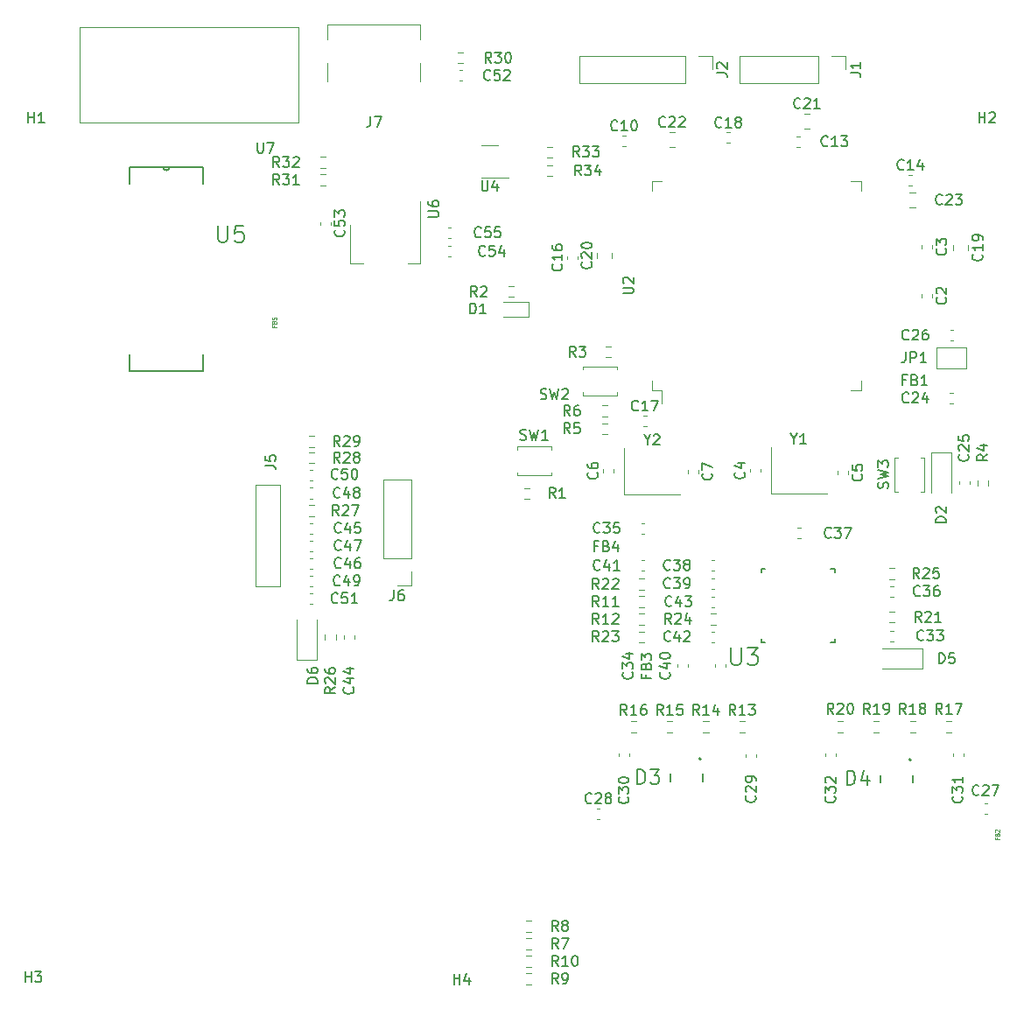
<source format=gbr>
%TF.GenerationSoftware,KiCad,Pcbnew,(6.0.11)*%
%TF.CreationDate,2023-05-21T23:05:42+09:00*%
%TF.ProjectId,STM32F4_Ethernet,53544d33-3246-4345-9f45-746865726e65,rev?*%
%TF.SameCoordinates,Original*%
%TF.FileFunction,Legend,Top*%
%TF.FilePolarity,Positive*%
%FSLAX46Y46*%
G04 Gerber Fmt 4.6, Leading zero omitted, Abs format (unit mm)*
G04 Created by KiCad (PCBNEW (6.0.11)) date 2023-05-21 23:05:42*
%MOMM*%
%LPD*%
G01*
G04 APERTURE LIST*
%ADD10C,0.150000*%
%ADD11C,0.098425*%
%ADD12C,0.120000*%
%ADD13C,0.152400*%
%ADD14C,0.127000*%
%ADD15C,0.200000*%
G04 APERTURE END LIST*
D10*
%TO.C,R17*%
X127657142Y-126652380D02*
X127323809Y-126176190D01*
X127085714Y-126652380D02*
X127085714Y-125652380D01*
X127466666Y-125652380D01*
X127561904Y-125700000D01*
X127609523Y-125747619D01*
X127657142Y-125842857D01*
X127657142Y-125985714D01*
X127609523Y-126080952D01*
X127561904Y-126128571D01*
X127466666Y-126176190D01*
X127085714Y-126176190D01*
X128609523Y-126652380D02*
X128038095Y-126652380D01*
X128323809Y-126652380D02*
X128323809Y-125652380D01*
X128228571Y-125795238D01*
X128133333Y-125890476D01*
X128038095Y-125938095D01*
X128942857Y-125652380D02*
X129609523Y-125652380D01*
X129180952Y-126652380D01*
%TO.C,C20*%
X93677142Y-82942857D02*
X93724761Y-82990476D01*
X93772380Y-83133333D01*
X93772380Y-83228571D01*
X93724761Y-83371428D01*
X93629523Y-83466666D01*
X93534285Y-83514285D01*
X93343809Y-83561904D01*
X93200952Y-83561904D01*
X93010476Y-83514285D01*
X92915238Y-83466666D01*
X92820000Y-83371428D01*
X92772380Y-83228571D01*
X92772380Y-83133333D01*
X92820000Y-82990476D01*
X92867619Y-82942857D01*
X92867619Y-82561904D02*
X92820000Y-82514285D01*
X92772380Y-82419047D01*
X92772380Y-82180952D01*
X92820000Y-82085714D01*
X92867619Y-82038095D01*
X92962857Y-81990476D01*
X93058095Y-81990476D01*
X93200952Y-82038095D01*
X93772380Y-82609523D01*
X93772380Y-81990476D01*
X92772380Y-81371428D02*
X92772380Y-81276190D01*
X92820000Y-81180952D01*
X92867619Y-81133333D01*
X92962857Y-81085714D01*
X93153333Y-81038095D01*
X93391428Y-81038095D01*
X93581904Y-81085714D01*
X93677142Y-81133333D01*
X93724761Y-81180952D01*
X93772380Y-81276190D01*
X93772380Y-81371428D01*
X93724761Y-81466666D01*
X93677142Y-81514285D01*
X93581904Y-81561904D01*
X93391428Y-81609523D01*
X93153333Y-81609523D01*
X92962857Y-81561904D01*
X92867619Y-81514285D01*
X92820000Y-81466666D01*
X92772380Y-81371428D01*
%TO.C,R26*%
X68952380Y-124087857D02*
X68476190Y-124421190D01*
X68952380Y-124659285D02*
X67952380Y-124659285D01*
X67952380Y-124278333D01*
X68000000Y-124183095D01*
X68047619Y-124135476D01*
X68142857Y-124087857D01*
X68285714Y-124087857D01*
X68380952Y-124135476D01*
X68428571Y-124183095D01*
X68476190Y-124278333D01*
X68476190Y-124659285D01*
X68047619Y-123706904D02*
X68000000Y-123659285D01*
X67952380Y-123564047D01*
X67952380Y-123325952D01*
X68000000Y-123230714D01*
X68047619Y-123183095D01*
X68142857Y-123135476D01*
X68238095Y-123135476D01*
X68380952Y-123183095D01*
X68952380Y-123754523D01*
X68952380Y-123135476D01*
X67952380Y-122278333D02*
X67952380Y-122468809D01*
X68000000Y-122564047D01*
X68047619Y-122611666D01*
X68190476Y-122706904D01*
X68380952Y-122754523D01*
X68761904Y-122754523D01*
X68857142Y-122706904D01*
X68904761Y-122659285D01*
X68952380Y-122564047D01*
X68952380Y-122373571D01*
X68904761Y-122278333D01*
X68857142Y-122230714D01*
X68761904Y-122183095D01*
X68523809Y-122183095D01*
X68428571Y-122230714D01*
X68380952Y-122278333D01*
X68333333Y-122373571D01*
X68333333Y-122564047D01*
X68380952Y-122659285D01*
X68428571Y-122706904D01*
X68523809Y-122754523D01*
%TO.C,C53*%
X69787142Y-79842857D02*
X69834761Y-79890476D01*
X69882380Y-80033333D01*
X69882380Y-80128571D01*
X69834761Y-80271428D01*
X69739523Y-80366666D01*
X69644285Y-80414285D01*
X69453809Y-80461904D01*
X69310952Y-80461904D01*
X69120476Y-80414285D01*
X69025238Y-80366666D01*
X68930000Y-80271428D01*
X68882380Y-80128571D01*
X68882380Y-80033333D01*
X68930000Y-79890476D01*
X68977619Y-79842857D01*
X68882380Y-78938095D02*
X68882380Y-79414285D01*
X69358571Y-79461904D01*
X69310952Y-79414285D01*
X69263333Y-79319047D01*
X69263333Y-79080952D01*
X69310952Y-78985714D01*
X69358571Y-78938095D01*
X69453809Y-78890476D01*
X69691904Y-78890476D01*
X69787142Y-78938095D01*
X69834761Y-78985714D01*
X69882380Y-79080952D01*
X69882380Y-79319047D01*
X69834761Y-79414285D01*
X69787142Y-79461904D01*
X68882380Y-78557142D02*
X68882380Y-77938095D01*
X69263333Y-78271428D01*
X69263333Y-78128571D01*
X69310952Y-78033333D01*
X69358571Y-77985714D01*
X69453809Y-77938095D01*
X69691904Y-77938095D01*
X69787142Y-77985714D01*
X69834761Y-78033333D01*
X69882380Y-78128571D01*
X69882380Y-78414285D01*
X69834761Y-78509523D01*
X69787142Y-78557142D01*
%TO.C,H4*%
X80438095Y-152802380D02*
X80438095Y-151802380D01*
X80438095Y-152278571D02*
X81009523Y-152278571D01*
X81009523Y-152802380D02*
X81009523Y-151802380D01*
X81914285Y-152135714D02*
X81914285Y-152802380D01*
X81676190Y-151754761D02*
X81438095Y-152469047D01*
X82057142Y-152469047D01*
%TO.C,R7*%
X90520833Y-149352380D02*
X90187500Y-148876190D01*
X89949404Y-149352380D02*
X89949404Y-148352380D01*
X90330357Y-148352380D01*
X90425595Y-148400000D01*
X90473214Y-148447619D01*
X90520833Y-148542857D01*
X90520833Y-148685714D01*
X90473214Y-148780952D01*
X90425595Y-148828571D01*
X90330357Y-148876190D01*
X89949404Y-148876190D01*
X90854166Y-148352380D02*
X91520833Y-148352380D01*
X91092261Y-149352380D01*
%TO.C,U4*%
X83138095Y-75052380D02*
X83138095Y-75861904D01*
X83185714Y-75957142D01*
X83233333Y-76004761D01*
X83328571Y-76052380D01*
X83519047Y-76052380D01*
X83614285Y-76004761D01*
X83661904Y-75957142D01*
X83709523Y-75861904D01*
X83709523Y-75052380D01*
X84614285Y-75385714D02*
X84614285Y-76052380D01*
X84376190Y-75004761D02*
X84138095Y-75719047D01*
X84757142Y-75719047D01*
%TO.C,R23*%
X94457142Y-119652380D02*
X94123809Y-119176190D01*
X93885714Y-119652380D02*
X93885714Y-118652380D01*
X94266666Y-118652380D01*
X94361904Y-118700000D01*
X94409523Y-118747619D01*
X94457142Y-118842857D01*
X94457142Y-118985714D01*
X94409523Y-119080952D01*
X94361904Y-119128571D01*
X94266666Y-119176190D01*
X93885714Y-119176190D01*
X94838095Y-118747619D02*
X94885714Y-118700000D01*
X94980952Y-118652380D01*
X95219047Y-118652380D01*
X95314285Y-118700000D01*
X95361904Y-118747619D01*
X95409523Y-118842857D01*
X95409523Y-118938095D01*
X95361904Y-119080952D01*
X94790476Y-119652380D01*
X95409523Y-119652380D01*
X95742857Y-118652380D02*
X96361904Y-118652380D01*
X96028571Y-119033333D01*
X96171428Y-119033333D01*
X96266666Y-119080952D01*
X96314285Y-119128571D01*
X96361904Y-119223809D01*
X96361904Y-119461904D01*
X96314285Y-119557142D01*
X96266666Y-119604761D01*
X96171428Y-119652380D01*
X95885714Y-119652380D01*
X95790476Y-119604761D01*
X95742857Y-119557142D01*
%TO.C,R29*%
X69407142Y-100747380D02*
X69073809Y-100271190D01*
X68835714Y-100747380D02*
X68835714Y-99747380D01*
X69216666Y-99747380D01*
X69311904Y-99795000D01*
X69359523Y-99842619D01*
X69407142Y-99937857D01*
X69407142Y-100080714D01*
X69359523Y-100175952D01*
X69311904Y-100223571D01*
X69216666Y-100271190D01*
X68835714Y-100271190D01*
X69788095Y-99842619D02*
X69835714Y-99795000D01*
X69930952Y-99747380D01*
X70169047Y-99747380D01*
X70264285Y-99795000D01*
X70311904Y-99842619D01*
X70359523Y-99937857D01*
X70359523Y-100033095D01*
X70311904Y-100175952D01*
X69740476Y-100747380D01*
X70359523Y-100747380D01*
X70835714Y-100747380D02*
X71026190Y-100747380D01*
X71121428Y-100699761D01*
X71169047Y-100652142D01*
X71264285Y-100509285D01*
X71311904Y-100318809D01*
X71311904Y-99937857D01*
X71264285Y-99842619D01*
X71216666Y-99795000D01*
X71121428Y-99747380D01*
X70930952Y-99747380D01*
X70835714Y-99795000D01*
X70788095Y-99842619D01*
X70740476Y-99937857D01*
X70740476Y-100175952D01*
X70788095Y-100271190D01*
X70835714Y-100318809D01*
X70930952Y-100366428D01*
X71121428Y-100366428D01*
X71216666Y-100318809D01*
X71264285Y-100271190D01*
X71311904Y-100175952D01*
%TO.C,C25*%
X130157142Y-101567857D02*
X130204761Y-101615476D01*
X130252380Y-101758333D01*
X130252380Y-101853571D01*
X130204761Y-101996428D01*
X130109523Y-102091666D01*
X130014285Y-102139285D01*
X129823809Y-102186904D01*
X129680952Y-102186904D01*
X129490476Y-102139285D01*
X129395238Y-102091666D01*
X129300000Y-101996428D01*
X129252380Y-101853571D01*
X129252380Y-101758333D01*
X129300000Y-101615476D01*
X129347619Y-101567857D01*
X129347619Y-101186904D02*
X129300000Y-101139285D01*
X129252380Y-101044047D01*
X129252380Y-100805952D01*
X129300000Y-100710714D01*
X129347619Y-100663095D01*
X129442857Y-100615476D01*
X129538095Y-100615476D01*
X129680952Y-100663095D01*
X130252380Y-101234523D01*
X130252380Y-100615476D01*
X129252380Y-99710714D02*
X129252380Y-100186904D01*
X129728571Y-100234523D01*
X129680952Y-100186904D01*
X129633333Y-100091666D01*
X129633333Y-99853571D01*
X129680952Y-99758333D01*
X129728571Y-99710714D01*
X129823809Y-99663095D01*
X130061904Y-99663095D01*
X130157142Y-99710714D01*
X130204761Y-99758333D01*
X130252380Y-99853571D01*
X130252380Y-100091666D01*
X130204761Y-100186904D01*
X130157142Y-100234523D01*
%TO.C,C41*%
X94557142Y-112657142D02*
X94509523Y-112704761D01*
X94366666Y-112752380D01*
X94271428Y-112752380D01*
X94128571Y-112704761D01*
X94033333Y-112609523D01*
X93985714Y-112514285D01*
X93938095Y-112323809D01*
X93938095Y-112180952D01*
X93985714Y-111990476D01*
X94033333Y-111895238D01*
X94128571Y-111800000D01*
X94271428Y-111752380D01*
X94366666Y-111752380D01*
X94509523Y-111800000D01*
X94557142Y-111847619D01*
X95414285Y-112085714D02*
X95414285Y-112752380D01*
X95176190Y-111704761D02*
X94938095Y-112419047D01*
X95557142Y-112419047D01*
X96461904Y-112752380D02*
X95890476Y-112752380D01*
X96176190Y-112752380D02*
X96176190Y-111752380D01*
X96080952Y-111895238D01*
X95985714Y-111990476D01*
X95890476Y-112038095D01*
%TO.C,D6*%
X67252380Y-123683095D02*
X66252380Y-123683095D01*
X66252380Y-123445000D01*
X66300000Y-123302142D01*
X66395238Y-123206904D01*
X66490476Y-123159285D01*
X66680952Y-123111666D01*
X66823809Y-123111666D01*
X67014285Y-123159285D01*
X67109523Y-123206904D01*
X67204761Y-123302142D01*
X67252380Y-123445000D01*
X67252380Y-123683095D01*
X66252380Y-122254523D02*
X66252380Y-122445000D01*
X66300000Y-122540238D01*
X66347619Y-122587857D01*
X66490476Y-122683095D01*
X66680952Y-122730714D01*
X67061904Y-122730714D01*
X67157142Y-122683095D01*
X67204761Y-122635476D01*
X67252380Y-122540238D01*
X67252380Y-122349761D01*
X67204761Y-122254523D01*
X67157142Y-122206904D01*
X67061904Y-122159285D01*
X66823809Y-122159285D01*
X66728571Y-122206904D01*
X66680952Y-122254523D01*
X66633333Y-122349761D01*
X66633333Y-122540238D01*
X66680952Y-122635476D01*
X66728571Y-122683095D01*
X66823809Y-122730714D01*
%TO.C,C13*%
X116607142Y-71657142D02*
X116559523Y-71704761D01*
X116416666Y-71752380D01*
X116321428Y-71752380D01*
X116178571Y-71704761D01*
X116083333Y-71609523D01*
X116035714Y-71514285D01*
X115988095Y-71323809D01*
X115988095Y-71180952D01*
X116035714Y-70990476D01*
X116083333Y-70895238D01*
X116178571Y-70800000D01*
X116321428Y-70752380D01*
X116416666Y-70752380D01*
X116559523Y-70800000D01*
X116607142Y-70847619D01*
X117559523Y-71752380D02*
X116988095Y-71752380D01*
X117273809Y-71752380D02*
X117273809Y-70752380D01*
X117178571Y-70895238D01*
X117083333Y-70990476D01*
X116988095Y-71038095D01*
X117892857Y-70752380D02*
X118511904Y-70752380D01*
X118178571Y-71133333D01*
X118321428Y-71133333D01*
X118416666Y-71180952D01*
X118464285Y-71228571D01*
X118511904Y-71323809D01*
X118511904Y-71561904D01*
X118464285Y-71657142D01*
X118416666Y-71704761D01*
X118321428Y-71752380D01*
X118035714Y-71752380D01*
X117940476Y-71704761D01*
X117892857Y-71657142D01*
%TO.C,U6*%
X77952380Y-78561904D02*
X78761904Y-78561904D01*
X78857142Y-78514285D01*
X78904761Y-78466666D01*
X78952380Y-78371428D01*
X78952380Y-78180952D01*
X78904761Y-78085714D01*
X78857142Y-78038095D01*
X78761904Y-77990476D01*
X77952380Y-77990476D01*
X77952380Y-77085714D02*
X77952380Y-77276190D01*
X78000000Y-77371428D01*
X78047619Y-77419047D01*
X78190476Y-77514285D01*
X78380952Y-77561904D01*
X78761904Y-77561904D01*
X78857142Y-77514285D01*
X78904761Y-77466666D01*
X78952380Y-77371428D01*
X78952380Y-77180952D01*
X78904761Y-77085714D01*
X78857142Y-77038095D01*
X78761904Y-76990476D01*
X78523809Y-76990476D01*
X78428571Y-77038095D01*
X78380952Y-77085714D01*
X78333333Y-77180952D01*
X78333333Y-77371428D01*
X78380952Y-77466666D01*
X78428571Y-77514285D01*
X78523809Y-77561904D01*
%TO.C,R13*%
X107669642Y-126752380D02*
X107336309Y-126276190D01*
X107098214Y-126752380D02*
X107098214Y-125752380D01*
X107479166Y-125752380D01*
X107574404Y-125800000D01*
X107622023Y-125847619D01*
X107669642Y-125942857D01*
X107669642Y-126085714D01*
X107622023Y-126180952D01*
X107574404Y-126228571D01*
X107479166Y-126276190D01*
X107098214Y-126276190D01*
X108622023Y-126752380D02*
X108050595Y-126752380D01*
X108336309Y-126752380D02*
X108336309Y-125752380D01*
X108241071Y-125895238D01*
X108145833Y-125990476D01*
X108050595Y-126038095D01*
X108955357Y-125752380D02*
X109574404Y-125752380D01*
X109241071Y-126133333D01*
X109383928Y-126133333D01*
X109479166Y-126180952D01*
X109526785Y-126228571D01*
X109574404Y-126323809D01*
X109574404Y-126561904D01*
X109526785Y-126657142D01*
X109479166Y-126704761D01*
X109383928Y-126752380D01*
X109098214Y-126752380D01*
X109002976Y-126704761D01*
X108955357Y-126657142D01*
%TO.C,C33*%
X125857142Y-119457142D02*
X125809523Y-119504761D01*
X125666666Y-119552380D01*
X125571428Y-119552380D01*
X125428571Y-119504761D01*
X125333333Y-119409523D01*
X125285714Y-119314285D01*
X125238095Y-119123809D01*
X125238095Y-118980952D01*
X125285714Y-118790476D01*
X125333333Y-118695238D01*
X125428571Y-118600000D01*
X125571428Y-118552380D01*
X125666666Y-118552380D01*
X125809523Y-118600000D01*
X125857142Y-118647619D01*
X126190476Y-118552380D02*
X126809523Y-118552380D01*
X126476190Y-118933333D01*
X126619047Y-118933333D01*
X126714285Y-118980952D01*
X126761904Y-119028571D01*
X126809523Y-119123809D01*
X126809523Y-119361904D01*
X126761904Y-119457142D01*
X126714285Y-119504761D01*
X126619047Y-119552380D01*
X126333333Y-119552380D01*
X126238095Y-119504761D01*
X126190476Y-119457142D01*
X127142857Y-118552380D02*
X127761904Y-118552380D01*
X127428571Y-118933333D01*
X127571428Y-118933333D01*
X127666666Y-118980952D01*
X127714285Y-119028571D01*
X127761904Y-119123809D01*
X127761904Y-119361904D01*
X127714285Y-119457142D01*
X127666666Y-119504761D01*
X127571428Y-119552380D01*
X127285714Y-119552380D01*
X127190476Y-119504761D01*
X127142857Y-119457142D01*
%TO.C,C21*%
X113944642Y-67977142D02*
X113897023Y-68024761D01*
X113754166Y-68072380D01*
X113658928Y-68072380D01*
X113516071Y-68024761D01*
X113420833Y-67929523D01*
X113373214Y-67834285D01*
X113325595Y-67643809D01*
X113325595Y-67500952D01*
X113373214Y-67310476D01*
X113420833Y-67215238D01*
X113516071Y-67120000D01*
X113658928Y-67072380D01*
X113754166Y-67072380D01*
X113897023Y-67120000D01*
X113944642Y-67167619D01*
X114325595Y-67167619D02*
X114373214Y-67120000D01*
X114468452Y-67072380D01*
X114706547Y-67072380D01*
X114801785Y-67120000D01*
X114849404Y-67167619D01*
X114897023Y-67262857D01*
X114897023Y-67358095D01*
X114849404Y-67500952D01*
X114277976Y-68072380D01*
X114897023Y-68072380D01*
X115849404Y-68072380D02*
X115277976Y-68072380D01*
X115563690Y-68072380D02*
X115563690Y-67072380D01*
X115468452Y-67215238D01*
X115373214Y-67310476D01*
X115277976Y-67358095D01*
%TO.C,R14*%
X104169642Y-126752380D02*
X103836309Y-126276190D01*
X103598214Y-126752380D02*
X103598214Y-125752380D01*
X103979166Y-125752380D01*
X104074404Y-125800000D01*
X104122023Y-125847619D01*
X104169642Y-125942857D01*
X104169642Y-126085714D01*
X104122023Y-126180952D01*
X104074404Y-126228571D01*
X103979166Y-126276190D01*
X103598214Y-126276190D01*
X105122023Y-126752380D02*
X104550595Y-126752380D01*
X104836309Y-126752380D02*
X104836309Y-125752380D01*
X104741071Y-125895238D01*
X104645833Y-125990476D01*
X104550595Y-126038095D01*
X105979166Y-126085714D02*
X105979166Y-126752380D01*
X105741071Y-125704761D02*
X105502976Y-126419047D01*
X106122023Y-126419047D01*
%TO.C,R24*%
X101457142Y-117931380D02*
X101123809Y-117455190D01*
X100885714Y-117931380D02*
X100885714Y-116931380D01*
X101266666Y-116931380D01*
X101361904Y-116979000D01*
X101409523Y-117026619D01*
X101457142Y-117121857D01*
X101457142Y-117264714D01*
X101409523Y-117359952D01*
X101361904Y-117407571D01*
X101266666Y-117455190D01*
X100885714Y-117455190D01*
X101838095Y-117026619D02*
X101885714Y-116979000D01*
X101980952Y-116931380D01*
X102219047Y-116931380D01*
X102314285Y-116979000D01*
X102361904Y-117026619D01*
X102409523Y-117121857D01*
X102409523Y-117217095D01*
X102361904Y-117359952D01*
X101790476Y-117931380D01*
X102409523Y-117931380D01*
X103266666Y-117264714D02*
X103266666Y-117931380D01*
X103028571Y-116883761D02*
X102790476Y-117598047D01*
X103409523Y-117598047D01*
%TO.C,R19*%
X120657142Y-126652380D02*
X120323809Y-126176190D01*
X120085714Y-126652380D02*
X120085714Y-125652380D01*
X120466666Y-125652380D01*
X120561904Y-125700000D01*
X120609523Y-125747619D01*
X120657142Y-125842857D01*
X120657142Y-125985714D01*
X120609523Y-126080952D01*
X120561904Y-126128571D01*
X120466666Y-126176190D01*
X120085714Y-126176190D01*
X121609523Y-126652380D02*
X121038095Y-126652380D01*
X121323809Y-126652380D02*
X121323809Y-125652380D01*
X121228571Y-125795238D01*
X121133333Y-125890476D01*
X121038095Y-125938095D01*
X122085714Y-126652380D02*
X122276190Y-126652380D01*
X122371428Y-126604761D01*
X122419047Y-126557142D01*
X122514285Y-126414285D01*
X122561904Y-126223809D01*
X122561904Y-125842857D01*
X122514285Y-125747619D01*
X122466666Y-125700000D01*
X122371428Y-125652380D01*
X122180952Y-125652380D01*
X122085714Y-125700000D01*
X122038095Y-125747619D01*
X121990476Y-125842857D01*
X121990476Y-126080952D01*
X122038095Y-126176190D01*
X122085714Y-126223809D01*
X122180952Y-126271428D01*
X122371428Y-126271428D01*
X122466666Y-126223809D01*
X122514285Y-126176190D01*
X122561904Y-126080952D01*
%TO.C,U2*%
X96792380Y-85991904D02*
X97601904Y-85991904D01*
X97697142Y-85944285D01*
X97744761Y-85896666D01*
X97792380Y-85801428D01*
X97792380Y-85610952D01*
X97744761Y-85515714D01*
X97697142Y-85468095D01*
X97601904Y-85420476D01*
X96792380Y-85420476D01*
X96887619Y-84991904D02*
X96840000Y-84944285D01*
X96792380Y-84849047D01*
X96792380Y-84610952D01*
X96840000Y-84515714D01*
X96887619Y-84468095D01*
X96982857Y-84420476D01*
X97078095Y-84420476D01*
X97220952Y-84468095D01*
X97792380Y-85039523D01*
X97792380Y-84420476D01*
%TO.C,R34*%
X92757142Y-74552380D02*
X92423809Y-74076190D01*
X92185714Y-74552380D02*
X92185714Y-73552380D01*
X92566666Y-73552380D01*
X92661904Y-73600000D01*
X92709523Y-73647619D01*
X92757142Y-73742857D01*
X92757142Y-73885714D01*
X92709523Y-73980952D01*
X92661904Y-74028571D01*
X92566666Y-74076190D01*
X92185714Y-74076190D01*
X93090476Y-73552380D02*
X93709523Y-73552380D01*
X93376190Y-73933333D01*
X93519047Y-73933333D01*
X93614285Y-73980952D01*
X93661904Y-74028571D01*
X93709523Y-74123809D01*
X93709523Y-74361904D01*
X93661904Y-74457142D01*
X93614285Y-74504761D01*
X93519047Y-74552380D01*
X93233333Y-74552380D01*
X93138095Y-74504761D01*
X93090476Y-74457142D01*
X94566666Y-73885714D02*
X94566666Y-74552380D01*
X94328571Y-73504761D02*
X94090476Y-74219047D01*
X94709523Y-74219047D01*
%TO.C,C3*%
X127987142Y-81629166D02*
X128034761Y-81676785D01*
X128082380Y-81819642D01*
X128082380Y-81914880D01*
X128034761Y-82057738D01*
X127939523Y-82152976D01*
X127844285Y-82200595D01*
X127653809Y-82248214D01*
X127510952Y-82248214D01*
X127320476Y-82200595D01*
X127225238Y-82152976D01*
X127130000Y-82057738D01*
X127082380Y-81914880D01*
X127082380Y-81819642D01*
X127130000Y-81676785D01*
X127177619Y-81629166D01*
X127082380Y-81295833D02*
X127082380Y-80676785D01*
X127463333Y-81010119D01*
X127463333Y-80867261D01*
X127510952Y-80772023D01*
X127558571Y-80724404D01*
X127653809Y-80676785D01*
X127891904Y-80676785D01*
X127987142Y-80724404D01*
X128034761Y-80772023D01*
X128082380Y-80867261D01*
X128082380Y-81152976D01*
X128034761Y-81248214D01*
X127987142Y-81295833D01*
%TO.C,U3*%
X107258260Y-120269515D02*
X107258260Y-121602144D01*
X107336650Y-121758924D01*
X107415040Y-121837314D01*
X107571820Y-121915704D01*
X107885380Y-121915704D01*
X108042160Y-121837314D01*
X108120550Y-121758924D01*
X108198940Y-121602144D01*
X108198940Y-120269515D01*
X108826059Y-120269515D02*
X109845129Y-120269515D01*
X109296399Y-120896635D01*
X109531569Y-120896635D01*
X109688349Y-120975025D01*
X109766739Y-121053415D01*
X109845129Y-121210194D01*
X109845129Y-121602144D01*
X109766739Y-121758924D01*
X109688349Y-121837314D01*
X109531569Y-121915704D01*
X109061229Y-121915704D01*
X108904449Y-121837314D01*
X108826059Y-121758924D01*
%TO.C,C16*%
X90827142Y-83142857D02*
X90874761Y-83190476D01*
X90922380Y-83333333D01*
X90922380Y-83428571D01*
X90874761Y-83571428D01*
X90779523Y-83666666D01*
X90684285Y-83714285D01*
X90493809Y-83761904D01*
X90350952Y-83761904D01*
X90160476Y-83714285D01*
X90065238Y-83666666D01*
X89970000Y-83571428D01*
X89922380Y-83428571D01*
X89922380Y-83333333D01*
X89970000Y-83190476D01*
X90017619Y-83142857D01*
X90922380Y-82190476D02*
X90922380Y-82761904D01*
X90922380Y-82476190D02*
X89922380Y-82476190D01*
X90065238Y-82571428D01*
X90160476Y-82666666D01*
X90208095Y-82761904D01*
X89922380Y-81333333D02*
X89922380Y-81523809D01*
X89970000Y-81619047D01*
X90017619Y-81666666D01*
X90160476Y-81761904D01*
X90350952Y-81809523D01*
X90731904Y-81809523D01*
X90827142Y-81761904D01*
X90874761Y-81714285D01*
X90922380Y-81619047D01*
X90922380Y-81428571D01*
X90874761Y-81333333D01*
X90827142Y-81285714D01*
X90731904Y-81238095D01*
X90493809Y-81238095D01*
X90398571Y-81285714D01*
X90350952Y-81333333D01*
X90303333Y-81428571D01*
X90303333Y-81619047D01*
X90350952Y-81714285D01*
X90398571Y-81761904D01*
X90493809Y-81809523D01*
%TO.C,R1*%
X90258333Y-105764880D02*
X89925000Y-105288690D01*
X89686904Y-105764880D02*
X89686904Y-104764880D01*
X90067857Y-104764880D01*
X90163095Y-104812500D01*
X90210714Y-104860119D01*
X90258333Y-104955357D01*
X90258333Y-105098214D01*
X90210714Y-105193452D01*
X90163095Y-105241071D01*
X90067857Y-105288690D01*
X89686904Y-105288690D01*
X91210714Y-105764880D02*
X90639285Y-105764880D01*
X90925000Y-105764880D02*
X90925000Y-104764880D01*
X90829761Y-104907738D01*
X90734523Y-105002976D01*
X90639285Y-105050595D01*
%TO.C,C18*%
X106319642Y-69827142D02*
X106272023Y-69874761D01*
X106129166Y-69922380D01*
X106033928Y-69922380D01*
X105891071Y-69874761D01*
X105795833Y-69779523D01*
X105748214Y-69684285D01*
X105700595Y-69493809D01*
X105700595Y-69350952D01*
X105748214Y-69160476D01*
X105795833Y-69065238D01*
X105891071Y-68970000D01*
X106033928Y-68922380D01*
X106129166Y-68922380D01*
X106272023Y-68970000D01*
X106319642Y-69017619D01*
X107272023Y-69922380D02*
X106700595Y-69922380D01*
X106986309Y-69922380D02*
X106986309Y-68922380D01*
X106891071Y-69065238D01*
X106795833Y-69160476D01*
X106700595Y-69208095D01*
X107843452Y-69350952D02*
X107748214Y-69303333D01*
X107700595Y-69255714D01*
X107652976Y-69160476D01*
X107652976Y-69112857D01*
X107700595Y-69017619D01*
X107748214Y-68970000D01*
X107843452Y-68922380D01*
X108033928Y-68922380D01*
X108129166Y-68970000D01*
X108176785Y-69017619D01*
X108224404Y-69112857D01*
X108224404Y-69160476D01*
X108176785Y-69255714D01*
X108129166Y-69303333D01*
X108033928Y-69350952D01*
X107843452Y-69350952D01*
X107748214Y-69398571D01*
X107700595Y-69446190D01*
X107652976Y-69541428D01*
X107652976Y-69731904D01*
X107700595Y-69827142D01*
X107748214Y-69874761D01*
X107843452Y-69922380D01*
X108033928Y-69922380D01*
X108129166Y-69874761D01*
X108176785Y-69827142D01*
X108224404Y-69731904D01*
X108224404Y-69541428D01*
X108176785Y-69446190D01*
X108129166Y-69398571D01*
X108033928Y-69350952D01*
%TO.C,R4*%
X132052380Y-101554166D02*
X131576190Y-101887500D01*
X132052380Y-102125595D02*
X131052380Y-102125595D01*
X131052380Y-101744642D01*
X131100000Y-101649404D01*
X131147619Y-101601785D01*
X131242857Y-101554166D01*
X131385714Y-101554166D01*
X131480952Y-101601785D01*
X131528571Y-101649404D01*
X131576190Y-101744642D01*
X131576190Y-102125595D01*
X131385714Y-100697023D02*
X132052380Y-100697023D01*
X131004761Y-100935119D02*
X131719047Y-101173214D01*
X131719047Y-100554166D01*
%TO.C,SW3*%
X122404761Y-104820833D02*
X122452380Y-104677976D01*
X122452380Y-104439880D01*
X122404761Y-104344642D01*
X122357142Y-104297023D01*
X122261904Y-104249404D01*
X122166666Y-104249404D01*
X122071428Y-104297023D01*
X122023809Y-104344642D01*
X121976190Y-104439880D01*
X121928571Y-104630357D01*
X121880952Y-104725595D01*
X121833333Y-104773214D01*
X121738095Y-104820833D01*
X121642857Y-104820833D01*
X121547619Y-104773214D01*
X121500000Y-104725595D01*
X121452380Y-104630357D01*
X121452380Y-104392261D01*
X121500000Y-104249404D01*
X121452380Y-103916071D02*
X122452380Y-103677976D01*
X121738095Y-103487500D01*
X122452380Y-103297023D01*
X121452380Y-103058928D01*
X121452380Y-102773214D02*
X121452380Y-102154166D01*
X121833333Y-102487500D01*
X121833333Y-102344642D01*
X121880952Y-102249404D01*
X121928571Y-102201785D01*
X122023809Y-102154166D01*
X122261904Y-102154166D01*
X122357142Y-102201785D01*
X122404761Y-102249404D01*
X122452380Y-102344642D01*
X122452380Y-102630357D01*
X122404761Y-102725595D01*
X122357142Y-102773214D01*
%TO.C,R16*%
X97169642Y-126752380D02*
X96836309Y-126276190D01*
X96598214Y-126752380D02*
X96598214Y-125752380D01*
X96979166Y-125752380D01*
X97074404Y-125800000D01*
X97122023Y-125847619D01*
X97169642Y-125942857D01*
X97169642Y-126085714D01*
X97122023Y-126180952D01*
X97074404Y-126228571D01*
X96979166Y-126276190D01*
X96598214Y-126276190D01*
X98122023Y-126752380D02*
X97550595Y-126752380D01*
X97836309Y-126752380D02*
X97836309Y-125752380D01*
X97741071Y-125895238D01*
X97645833Y-125990476D01*
X97550595Y-126038095D01*
X98979166Y-125752380D02*
X98788690Y-125752380D01*
X98693452Y-125800000D01*
X98645833Y-125847619D01*
X98550595Y-125990476D01*
X98502976Y-126180952D01*
X98502976Y-126561904D01*
X98550595Y-126657142D01*
X98598214Y-126704761D01*
X98693452Y-126752380D01*
X98883928Y-126752380D01*
X98979166Y-126704761D01*
X99026785Y-126657142D01*
X99074404Y-126561904D01*
X99074404Y-126323809D01*
X99026785Y-126228571D01*
X98979166Y-126180952D01*
X98883928Y-126133333D01*
X98693452Y-126133333D01*
X98598214Y-126180952D01*
X98550595Y-126228571D01*
X98502976Y-126323809D01*
%TO.C,C50*%
X69207142Y-103852142D02*
X69159523Y-103899761D01*
X69016666Y-103947380D01*
X68921428Y-103947380D01*
X68778571Y-103899761D01*
X68683333Y-103804523D01*
X68635714Y-103709285D01*
X68588095Y-103518809D01*
X68588095Y-103375952D01*
X68635714Y-103185476D01*
X68683333Y-103090238D01*
X68778571Y-102995000D01*
X68921428Y-102947380D01*
X69016666Y-102947380D01*
X69159523Y-102995000D01*
X69207142Y-103042619D01*
X70111904Y-102947380D02*
X69635714Y-102947380D01*
X69588095Y-103423571D01*
X69635714Y-103375952D01*
X69730952Y-103328333D01*
X69969047Y-103328333D01*
X70064285Y-103375952D01*
X70111904Y-103423571D01*
X70159523Y-103518809D01*
X70159523Y-103756904D01*
X70111904Y-103852142D01*
X70064285Y-103899761D01*
X69969047Y-103947380D01*
X69730952Y-103947380D01*
X69635714Y-103899761D01*
X69588095Y-103852142D01*
X70778571Y-102947380D02*
X70873809Y-102947380D01*
X70969047Y-102995000D01*
X71016666Y-103042619D01*
X71064285Y-103137857D01*
X71111904Y-103328333D01*
X71111904Y-103566428D01*
X71064285Y-103756904D01*
X71016666Y-103852142D01*
X70969047Y-103899761D01*
X70873809Y-103947380D01*
X70778571Y-103947380D01*
X70683333Y-103899761D01*
X70635714Y-103852142D01*
X70588095Y-103756904D01*
X70540476Y-103566428D01*
X70540476Y-103328333D01*
X70588095Y-103137857D01*
X70635714Y-103042619D01*
X70683333Y-102995000D01*
X70778571Y-102947380D01*
%TO.C,C52*%
X83957142Y-65257142D02*
X83909523Y-65304761D01*
X83766666Y-65352380D01*
X83671428Y-65352380D01*
X83528571Y-65304761D01*
X83433333Y-65209523D01*
X83385714Y-65114285D01*
X83338095Y-64923809D01*
X83338095Y-64780952D01*
X83385714Y-64590476D01*
X83433333Y-64495238D01*
X83528571Y-64400000D01*
X83671428Y-64352380D01*
X83766666Y-64352380D01*
X83909523Y-64400000D01*
X83957142Y-64447619D01*
X84861904Y-64352380D02*
X84385714Y-64352380D01*
X84338095Y-64828571D01*
X84385714Y-64780952D01*
X84480952Y-64733333D01*
X84719047Y-64733333D01*
X84814285Y-64780952D01*
X84861904Y-64828571D01*
X84909523Y-64923809D01*
X84909523Y-65161904D01*
X84861904Y-65257142D01*
X84814285Y-65304761D01*
X84719047Y-65352380D01*
X84480952Y-65352380D01*
X84385714Y-65304761D01*
X84338095Y-65257142D01*
X85290476Y-64447619D02*
X85338095Y-64400000D01*
X85433333Y-64352380D01*
X85671428Y-64352380D01*
X85766666Y-64400000D01*
X85814285Y-64447619D01*
X85861904Y-64542857D01*
X85861904Y-64638095D01*
X85814285Y-64780952D01*
X85242857Y-65352380D01*
X85861904Y-65352380D01*
%TO.C,C45*%
X69507142Y-109052142D02*
X69459523Y-109099761D01*
X69316666Y-109147380D01*
X69221428Y-109147380D01*
X69078571Y-109099761D01*
X68983333Y-109004523D01*
X68935714Y-108909285D01*
X68888095Y-108718809D01*
X68888095Y-108575952D01*
X68935714Y-108385476D01*
X68983333Y-108290238D01*
X69078571Y-108195000D01*
X69221428Y-108147380D01*
X69316666Y-108147380D01*
X69459523Y-108195000D01*
X69507142Y-108242619D01*
X70364285Y-108480714D02*
X70364285Y-109147380D01*
X70126190Y-108099761D02*
X69888095Y-108814047D01*
X70507142Y-108814047D01*
X71364285Y-108147380D02*
X70888095Y-108147380D01*
X70840476Y-108623571D01*
X70888095Y-108575952D01*
X70983333Y-108528333D01*
X71221428Y-108528333D01*
X71316666Y-108575952D01*
X71364285Y-108623571D01*
X71411904Y-108718809D01*
X71411904Y-108956904D01*
X71364285Y-109052142D01*
X71316666Y-109099761D01*
X71221428Y-109147380D01*
X70983333Y-109147380D01*
X70888095Y-109099761D01*
X70840476Y-109052142D01*
%TO.C,H2*%
X131238095Y-69452380D02*
X131238095Y-68452380D01*
X131238095Y-68928571D02*
X131809523Y-68928571D01*
X131809523Y-69452380D02*
X131809523Y-68452380D01*
X132238095Y-68547619D02*
X132285714Y-68500000D01*
X132380952Y-68452380D01*
X132619047Y-68452380D01*
X132714285Y-68500000D01*
X132761904Y-68547619D01*
X132809523Y-68642857D01*
X132809523Y-68738095D01*
X132761904Y-68880952D01*
X132190476Y-69452380D01*
X132809523Y-69452380D01*
%TO.C,FB3*%
X99028571Y-122880952D02*
X99028571Y-123214285D01*
X99552380Y-123214285D02*
X98552380Y-123214285D01*
X98552380Y-122738095D01*
X99028571Y-122023809D02*
X99076190Y-121880952D01*
X99123809Y-121833333D01*
X99219047Y-121785714D01*
X99361904Y-121785714D01*
X99457142Y-121833333D01*
X99504761Y-121880952D01*
X99552380Y-121976190D01*
X99552380Y-122357142D01*
X98552380Y-122357142D01*
X98552380Y-122023809D01*
X98600000Y-121928571D01*
X98647619Y-121880952D01*
X98742857Y-121833333D01*
X98838095Y-121833333D01*
X98933333Y-121880952D01*
X98980952Y-121928571D01*
X99028571Y-122023809D01*
X99028571Y-122357142D01*
X98552380Y-121452380D02*
X98552380Y-120833333D01*
X98933333Y-121166666D01*
X98933333Y-121023809D01*
X98980952Y-120928571D01*
X99028571Y-120880952D01*
X99123809Y-120833333D01*
X99361904Y-120833333D01*
X99457142Y-120880952D01*
X99504761Y-120928571D01*
X99552380Y-121023809D01*
X99552380Y-121309523D01*
X99504761Y-121404761D01*
X99457142Y-121452380D01*
%TO.C,R10*%
X90520833Y-151052380D02*
X90187500Y-150576190D01*
X89949405Y-151052380D02*
X89949405Y-150052380D01*
X90330357Y-150052380D01*
X90425595Y-150100000D01*
X90473214Y-150147619D01*
X90520833Y-150242857D01*
X90520833Y-150385714D01*
X90473214Y-150480952D01*
X90425595Y-150528571D01*
X90330357Y-150576190D01*
X89949405Y-150576190D01*
X91473214Y-151052380D02*
X90901786Y-151052380D01*
X91187500Y-151052380D02*
X91187500Y-150052380D01*
X91092262Y-150195238D01*
X90997024Y-150290476D01*
X90901786Y-150338095D01*
X92092262Y-150052380D02*
X92187500Y-150052380D01*
X92282738Y-150100000D01*
X92330357Y-150147619D01*
X92377976Y-150242857D01*
X92425595Y-150433333D01*
X92425595Y-150671428D01*
X92377976Y-150861904D01*
X92330357Y-150957142D01*
X92282738Y-151004761D01*
X92187500Y-151052380D01*
X92092262Y-151052380D01*
X91997024Y-151004761D01*
X91949405Y-150957142D01*
X91901786Y-150861904D01*
X91854167Y-150671428D01*
X91854167Y-150433333D01*
X91901786Y-150242857D01*
X91949405Y-150147619D01*
X91997024Y-150100000D01*
X92092262Y-150052380D01*
%TO.C,SW2*%
X88816666Y-96154761D02*
X88959523Y-96202380D01*
X89197619Y-96202380D01*
X89292857Y-96154761D01*
X89340476Y-96107142D01*
X89388095Y-96011904D01*
X89388095Y-95916666D01*
X89340476Y-95821428D01*
X89292857Y-95773809D01*
X89197619Y-95726190D01*
X89007142Y-95678571D01*
X88911904Y-95630952D01*
X88864285Y-95583333D01*
X88816666Y-95488095D01*
X88816666Y-95392857D01*
X88864285Y-95297619D01*
X88911904Y-95250000D01*
X89007142Y-95202380D01*
X89245238Y-95202380D01*
X89388095Y-95250000D01*
X89721428Y-95202380D02*
X89959523Y-96202380D01*
X90150000Y-95488095D01*
X90340476Y-96202380D01*
X90578571Y-95202380D01*
X90911904Y-95297619D02*
X90959523Y-95250000D01*
X91054761Y-95202380D01*
X91292857Y-95202380D01*
X91388095Y-95250000D01*
X91435714Y-95297619D01*
X91483333Y-95392857D01*
X91483333Y-95488095D01*
X91435714Y-95630952D01*
X90864285Y-96202380D01*
X91483333Y-96202380D01*
%TO.C,C40*%
X101257142Y-122642857D02*
X101304761Y-122690476D01*
X101352380Y-122833333D01*
X101352380Y-122928571D01*
X101304761Y-123071428D01*
X101209523Y-123166666D01*
X101114285Y-123214285D01*
X100923809Y-123261904D01*
X100780952Y-123261904D01*
X100590476Y-123214285D01*
X100495238Y-123166666D01*
X100400000Y-123071428D01*
X100352380Y-122928571D01*
X100352380Y-122833333D01*
X100400000Y-122690476D01*
X100447619Y-122642857D01*
X100685714Y-121785714D02*
X101352380Y-121785714D01*
X100304761Y-122023809D02*
X101019047Y-122261904D01*
X101019047Y-121642857D01*
X100352380Y-121071428D02*
X100352380Y-120976190D01*
X100400000Y-120880952D01*
X100447619Y-120833333D01*
X100542857Y-120785714D01*
X100733333Y-120738095D01*
X100971428Y-120738095D01*
X101161904Y-120785714D01*
X101257142Y-120833333D01*
X101304761Y-120880952D01*
X101352380Y-120976190D01*
X101352380Y-121071428D01*
X101304761Y-121166666D01*
X101257142Y-121214285D01*
X101161904Y-121261904D01*
X100971428Y-121309523D01*
X100733333Y-121309523D01*
X100542857Y-121261904D01*
X100447619Y-121214285D01*
X100400000Y-121166666D01*
X100352380Y-121071428D01*
%TO.C,R5*%
X91670833Y-99502380D02*
X91337500Y-99026190D01*
X91099404Y-99502380D02*
X91099404Y-98502380D01*
X91480357Y-98502380D01*
X91575595Y-98550000D01*
X91623214Y-98597619D01*
X91670833Y-98692857D01*
X91670833Y-98835714D01*
X91623214Y-98930952D01*
X91575595Y-98978571D01*
X91480357Y-99026190D01*
X91099404Y-99026190D01*
X92575595Y-98502380D02*
X92099404Y-98502380D01*
X92051785Y-98978571D01*
X92099404Y-98930952D01*
X92194642Y-98883333D01*
X92432738Y-98883333D01*
X92527976Y-98930952D01*
X92575595Y-98978571D01*
X92623214Y-99073809D01*
X92623214Y-99311904D01*
X92575595Y-99407142D01*
X92527976Y-99454761D01*
X92432738Y-99502380D01*
X92194642Y-99502380D01*
X92099404Y-99454761D01*
X92051785Y-99407142D01*
%TO.C,C47*%
X69507142Y-110752142D02*
X69459523Y-110799761D01*
X69316666Y-110847380D01*
X69221428Y-110847380D01*
X69078571Y-110799761D01*
X68983333Y-110704523D01*
X68935714Y-110609285D01*
X68888095Y-110418809D01*
X68888095Y-110275952D01*
X68935714Y-110085476D01*
X68983333Y-109990238D01*
X69078571Y-109895000D01*
X69221428Y-109847380D01*
X69316666Y-109847380D01*
X69459523Y-109895000D01*
X69507142Y-109942619D01*
X70364285Y-110180714D02*
X70364285Y-110847380D01*
X70126190Y-109799761D02*
X69888095Y-110514047D01*
X70507142Y-110514047D01*
X70792857Y-109847380D02*
X71459523Y-109847380D01*
X71030952Y-110847380D01*
%TO.C,C30*%
X97257142Y-134680357D02*
X97304761Y-134727976D01*
X97352380Y-134870833D01*
X97352380Y-134966071D01*
X97304761Y-135108928D01*
X97209523Y-135204166D01*
X97114285Y-135251785D01*
X96923809Y-135299404D01*
X96780952Y-135299404D01*
X96590476Y-135251785D01*
X96495238Y-135204166D01*
X96400000Y-135108928D01*
X96352380Y-134966071D01*
X96352380Y-134870833D01*
X96400000Y-134727976D01*
X96447619Y-134680357D01*
X96352380Y-134347023D02*
X96352380Y-133727976D01*
X96733333Y-134061309D01*
X96733333Y-133918452D01*
X96780952Y-133823214D01*
X96828571Y-133775595D01*
X96923809Y-133727976D01*
X97161904Y-133727976D01*
X97257142Y-133775595D01*
X97304761Y-133823214D01*
X97352380Y-133918452D01*
X97352380Y-134204166D01*
X97304761Y-134299404D01*
X97257142Y-134347023D01*
X96352380Y-133108928D02*
X96352380Y-133013690D01*
X96400000Y-132918452D01*
X96447619Y-132870833D01*
X96542857Y-132823214D01*
X96733333Y-132775595D01*
X96971428Y-132775595D01*
X97161904Y-132823214D01*
X97257142Y-132870833D01*
X97304761Y-132918452D01*
X97352380Y-133013690D01*
X97352380Y-133108928D01*
X97304761Y-133204166D01*
X97257142Y-133251785D01*
X97161904Y-133299404D01*
X96971428Y-133347023D01*
X96733333Y-133347023D01*
X96542857Y-133299404D01*
X96447619Y-133251785D01*
X96400000Y-133204166D01*
X96352380Y-133108928D01*
%TO.C,C46*%
X69507142Y-112452142D02*
X69459523Y-112499761D01*
X69316666Y-112547380D01*
X69221428Y-112547380D01*
X69078571Y-112499761D01*
X68983333Y-112404523D01*
X68935714Y-112309285D01*
X68888095Y-112118809D01*
X68888095Y-111975952D01*
X68935714Y-111785476D01*
X68983333Y-111690238D01*
X69078571Y-111595000D01*
X69221428Y-111547380D01*
X69316666Y-111547380D01*
X69459523Y-111595000D01*
X69507142Y-111642619D01*
X70364285Y-111880714D02*
X70364285Y-112547380D01*
X70126190Y-111499761D02*
X69888095Y-112214047D01*
X70507142Y-112214047D01*
X71316666Y-111547380D02*
X71126190Y-111547380D01*
X71030952Y-111595000D01*
X70983333Y-111642619D01*
X70888095Y-111785476D01*
X70840476Y-111975952D01*
X70840476Y-112356904D01*
X70888095Y-112452142D01*
X70935714Y-112499761D01*
X71030952Y-112547380D01*
X71221428Y-112547380D01*
X71316666Y-112499761D01*
X71364285Y-112452142D01*
X71411904Y-112356904D01*
X71411904Y-112118809D01*
X71364285Y-112023571D01*
X71316666Y-111975952D01*
X71221428Y-111928333D01*
X71030952Y-111928333D01*
X70935714Y-111975952D01*
X70888095Y-112023571D01*
X70840476Y-112118809D01*
%TO.C,FB1*%
X124181547Y-94328571D02*
X123848214Y-94328571D01*
X123848214Y-94852380D02*
X123848214Y-93852380D01*
X124324404Y-93852380D01*
X125038690Y-94328571D02*
X125181547Y-94376190D01*
X125229166Y-94423809D01*
X125276785Y-94519047D01*
X125276785Y-94661904D01*
X125229166Y-94757142D01*
X125181547Y-94804761D01*
X125086309Y-94852380D01*
X124705357Y-94852380D01*
X124705357Y-93852380D01*
X125038690Y-93852380D01*
X125133928Y-93900000D01*
X125181547Y-93947619D01*
X125229166Y-94042857D01*
X125229166Y-94138095D01*
X125181547Y-94233333D01*
X125133928Y-94280952D01*
X125038690Y-94328571D01*
X124705357Y-94328571D01*
X126229166Y-94852380D02*
X125657738Y-94852380D01*
X125943452Y-94852380D02*
X125943452Y-93852380D01*
X125848214Y-93995238D01*
X125752976Y-94090476D01*
X125657738Y-94138095D01*
D11*
%TO.C,FB5*%
X63041878Y-89088084D02*
X63041878Y-89219317D01*
X63248102Y-89219317D02*
X62854401Y-89219317D01*
X62854401Y-89031841D01*
X63041878Y-88750626D02*
X63060626Y-88694383D01*
X63079373Y-88675635D01*
X63116869Y-88656887D01*
X63173112Y-88656887D01*
X63210607Y-88675635D01*
X63229355Y-88694383D01*
X63248102Y-88731878D01*
X63248102Y-88881859D01*
X62854401Y-88881859D01*
X62854401Y-88750626D01*
X62873149Y-88713130D01*
X62891897Y-88694383D01*
X62929392Y-88675635D01*
X62966887Y-88675635D01*
X63004383Y-88694383D01*
X63023130Y-88713130D01*
X63041878Y-88750626D01*
X63041878Y-88881859D01*
X62854401Y-88300682D02*
X62854401Y-88488158D01*
X63041878Y-88506906D01*
X63023130Y-88488158D01*
X63004383Y-88450663D01*
X63004383Y-88356925D01*
X63023130Y-88319429D01*
X63041878Y-88300682D01*
X63079373Y-88281934D01*
X63173112Y-88281934D01*
X63210607Y-88300682D01*
X63229355Y-88319429D01*
X63248102Y-88356925D01*
X63248102Y-88450663D01*
X63229355Y-88488158D01*
X63210607Y-88506906D01*
D10*
%TO.C,R25*%
X125457142Y-113531380D02*
X125123809Y-113055190D01*
X124885714Y-113531380D02*
X124885714Y-112531380D01*
X125266666Y-112531380D01*
X125361904Y-112579000D01*
X125409523Y-112626619D01*
X125457142Y-112721857D01*
X125457142Y-112864714D01*
X125409523Y-112959952D01*
X125361904Y-113007571D01*
X125266666Y-113055190D01*
X124885714Y-113055190D01*
X125838095Y-112626619D02*
X125885714Y-112579000D01*
X125980952Y-112531380D01*
X126219047Y-112531380D01*
X126314285Y-112579000D01*
X126361904Y-112626619D01*
X126409523Y-112721857D01*
X126409523Y-112817095D01*
X126361904Y-112959952D01*
X125790476Y-113531380D01*
X126409523Y-113531380D01*
X127314285Y-112531380D02*
X126838095Y-112531380D01*
X126790476Y-113007571D01*
X126838095Y-112959952D01*
X126933333Y-112912333D01*
X127171428Y-112912333D01*
X127266666Y-112959952D01*
X127314285Y-113007571D01*
X127361904Y-113102809D01*
X127361904Y-113340904D01*
X127314285Y-113436142D01*
X127266666Y-113483761D01*
X127171428Y-113531380D01*
X126933333Y-113531380D01*
X126838095Y-113483761D01*
X126790476Y-113436142D01*
%TO.C,J5*%
X62202380Y-102628333D02*
X62916666Y-102628333D01*
X63059523Y-102675952D01*
X63154761Y-102771190D01*
X63202380Y-102914047D01*
X63202380Y-103009285D01*
X62202380Y-101675952D02*
X62202380Y-102152142D01*
X62678571Y-102199761D01*
X62630952Y-102152142D01*
X62583333Y-102056904D01*
X62583333Y-101818809D01*
X62630952Y-101723571D01*
X62678571Y-101675952D01*
X62773809Y-101628333D01*
X63011904Y-101628333D01*
X63107142Y-101675952D01*
X63154761Y-101723571D01*
X63202380Y-101818809D01*
X63202380Y-102056904D01*
X63154761Y-102152142D01*
X63107142Y-102199761D01*
%TO.C,J1*%
X118782380Y-64633333D02*
X119496666Y-64633333D01*
X119639523Y-64680952D01*
X119734761Y-64776190D01*
X119782380Y-64919047D01*
X119782380Y-65014285D01*
X119782380Y-63633333D02*
X119782380Y-64204761D01*
X119782380Y-63919047D02*
X118782380Y-63919047D01*
X118925238Y-64014285D01*
X119020476Y-64109523D01*
X119068095Y-64204761D01*
%TO.C,C4*%
X108499642Y-103274166D02*
X108547261Y-103321785D01*
X108594880Y-103464642D01*
X108594880Y-103559880D01*
X108547261Y-103702738D01*
X108452023Y-103797976D01*
X108356785Y-103845595D01*
X108166309Y-103893214D01*
X108023452Y-103893214D01*
X107832976Y-103845595D01*
X107737738Y-103797976D01*
X107642500Y-103702738D01*
X107594880Y-103559880D01*
X107594880Y-103464642D01*
X107642500Y-103321785D01*
X107690119Y-103274166D01*
X107928214Y-102417023D02*
X108594880Y-102417023D01*
X107547261Y-102655119D02*
X108261547Y-102893214D01*
X108261547Y-102274166D01*
%TO.C,R18*%
X124157142Y-126652380D02*
X123823809Y-126176190D01*
X123585714Y-126652380D02*
X123585714Y-125652380D01*
X123966666Y-125652380D01*
X124061904Y-125700000D01*
X124109523Y-125747619D01*
X124157142Y-125842857D01*
X124157142Y-125985714D01*
X124109523Y-126080952D01*
X124061904Y-126128571D01*
X123966666Y-126176190D01*
X123585714Y-126176190D01*
X125109523Y-126652380D02*
X124538095Y-126652380D01*
X124823809Y-126652380D02*
X124823809Y-125652380D01*
X124728571Y-125795238D01*
X124633333Y-125890476D01*
X124538095Y-125938095D01*
X125680952Y-126080952D02*
X125585714Y-126033333D01*
X125538095Y-125985714D01*
X125490476Y-125890476D01*
X125490476Y-125842857D01*
X125538095Y-125747619D01*
X125585714Y-125700000D01*
X125680952Y-125652380D01*
X125871428Y-125652380D01*
X125966666Y-125700000D01*
X126014285Y-125747619D01*
X126061904Y-125842857D01*
X126061904Y-125890476D01*
X126014285Y-125985714D01*
X125966666Y-126033333D01*
X125871428Y-126080952D01*
X125680952Y-126080952D01*
X125585714Y-126128571D01*
X125538095Y-126176190D01*
X125490476Y-126271428D01*
X125490476Y-126461904D01*
X125538095Y-126557142D01*
X125585714Y-126604761D01*
X125680952Y-126652380D01*
X125871428Y-126652380D01*
X125966666Y-126604761D01*
X126014285Y-126557142D01*
X126061904Y-126461904D01*
X126061904Y-126271428D01*
X126014285Y-126176190D01*
X125966666Y-126128571D01*
X125871428Y-126080952D01*
%TO.C,C42*%
X101382142Y-119557142D02*
X101334523Y-119604761D01*
X101191666Y-119652380D01*
X101096428Y-119652380D01*
X100953571Y-119604761D01*
X100858333Y-119509523D01*
X100810714Y-119414285D01*
X100763095Y-119223809D01*
X100763095Y-119080952D01*
X100810714Y-118890476D01*
X100858333Y-118795238D01*
X100953571Y-118700000D01*
X101096428Y-118652380D01*
X101191666Y-118652380D01*
X101334523Y-118700000D01*
X101382142Y-118747619D01*
X102239285Y-118985714D02*
X102239285Y-119652380D01*
X102001190Y-118604761D02*
X101763095Y-119319047D01*
X102382142Y-119319047D01*
X102715476Y-118747619D02*
X102763095Y-118700000D01*
X102858333Y-118652380D01*
X103096428Y-118652380D01*
X103191666Y-118700000D01*
X103239285Y-118747619D01*
X103286904Y-118842857D01*
X103286904Y-118938095D01*
X103239285Y-119080952D01*
X102667857Y-119652380D01*
X103286904Y-119652380D01*
%TO.C,C26*%
X124419642Y-90382142D02*
X124372023Y-90429761D01*
X124229166Y-90477380D01*
X124133928Y-90477380D01*
X123991071Y-90429761D01*
X123895833Y-90334523D01*
X123848214Y-90239285D01*
X123800595Y-90048809D01*
X123800595Y-89905952D01*
X123848214Y-89715476D01*
X123895833Y-89620238D01*
X123991071Y-89525000D01*
X124133928Y-89477380D01*
X124229166Y-89477380D01*
X124372023Y-89525000D01*
X124419642Y-89572619D01*
X124800595Y-89572619D02*
X124848214Y-89525000D01*
X124943452Y-89477380D01*
X125181547Y-89477380D01*
X125276785Y-89525000D01*
X125324404Y-89572619D01*
X125372023Y-89667857D01*
X125372023Y-89763095D01*
X125324404Y-89905952D01*
X124752976Y-90477380D01*
X125372023Y-90477380D01*
X126229166Y-89477380D02*
X126038690Y-89477380D01*
X125943452Y-89525000D01*
X125895833Y-89572619D01*
X125800595Y-89715476D01*
X125752976Y-89905952D01*
X125752976Y-90286904D01*
X125800595Y-90382142D01*
X125848214Y-90429761D01*
X125943452Y-90477380D01*
X126133928Y-90477380D01*
X126229166Y-90429761D01*
X126276785Y-90382142D01*
X126324404Y-90286904D01*
X126324404Y-90048809D01*
X126276785Y-89953571D01*
X126229166Y-89905952D01*
X126133928Y-89858333D01*
X125943452Y-89858333D01*
X125848214Y-89905952D01*
X125800595Y-89953571D01*
X125752976Y-90048809D01*
%TO.C,C55*%
X83057142Y-80457142D02*
X83009523Y-80504761D01*
X82866666Y-80552380D01*
X82771428Y-80552380D01*
X82628571Y-80504761D01*
X82533333Y-80409523D01*
X82485714Y-80314285D01*
X82438095Y-80123809D01*
X82438095Y-79980952D01*
X82485714Y-79790476D01*
X82533333Y-79695238D01*
X82628571Y-79600000D01*
X82771428Y-79552380D01*
X82866666Y-79552380D01*
X83009523Y-79600000D01*
X83057142Y-79647619D01*
X83961904Y-79552380D02*
X83485714Y-79552380D01*
X83438095Y-80028571D01*
X83485714Y-79980952D01*
X83580952Y-79933333D01*
X83819047Y-79933333D01*
X83914285Y-79980952D01*
X83961904Y-80028571D01*
X84009523Y-80123809D01*
X84009523Y-80361904D01*
X83961904Y-80457142D01*
X83914285Y-80504761D01*
X83819047Y-80552380D01*
X83580952Y-80552380D01*
X83485714Y-80504761D01*
X83438095Y-80457142D01*
X84914285Y-79552380D02*
X84438095Y-79552380D01*
X84390476Y-80028571D01*
X84438095Y-79980952D01*
X84533333Y-79933333D01*
X84771428Y-79933333D01*
X84866666Y-79980952D01*
X84914285Y-80028571D01*
X84961904Y-80123809D01*
X84961904Y-80361904D01*
X84914285Y-80457142D01*
X84866666Y-80504761D01*
X84771428Y-80552380D01*
X84533333Y-80552380D01*
X84438095Y-80504761D01*
X84390476Y-80457142D01*
%TO.C,U5*%
X57599210Y-79400995D02*
X57599210Y-80729958D01*
X57677385Y-80886307D01*
X57755559Y-80964481D01*
X57911908Y-81042656D01*
X58224605Y-81042656D01*
X58380954Y-80964481D01*
X58459128Y-80886307D01*
X58537302Y-80729958D01*
X58537302Y-79400995D01*
X60100789Y-79400995D02*
X59319046Y-79400995D01*
X59240871Y-80182738D01*
X59319046Y-80104564D01*
X59475394Y-80026389D01*
X59866266Y-80026389D01*
X60022615Y-80104564D01*
X60100789Y-80182738D01*
X60178963Y-80339087D01*
X60178963Y-80729958D01*
X60100789Y-80886307D01*
X60022615Y-80964481D01*
X59866266Y-81042656D01*
X59475394Y-81042656D01*
X59319046Y-80964481D01*
X59240871Y-80886307D01*
%TO.C,C48*%
X69407142Y-105652142D02*
X69359523Y-105699761D01*
X69216666Y-105747380D01*
X69121428Y-105747380D01*
X68978571Y-105699761D01*
X68883333Y-105604523D01*
X68835714Y-105509285D01*
X68788095Y-105318809D01*
X68788095Y-105175952D01*
X68835714Y-104985476D01*
X68883333Y-104890238D01*
X68978571Y-104795000D01*
X69121428Y-104747380D01*
X69216666Y-104747380D01*
X69359523Y-104795000D01*
X69407142Y-104842619D01*
X70264285Y-105080714D02*
X70264285Y-105747380D01*
X70026190Y-104699761D02*
X69788095Y-105414047D01*
X70407142Y-105414047D01*
X70930952Y-105175952D02*
X70835714Y-105128333D01*
X70788095Y-105080714D01*
X70740476Y-104985476D01*
X70740476Y-104937857D01*
X70788095Y-104842619D01*
X70835714Y-104795000D01*
X70930952Y-104747380D01*
X71121428Y-104747380D01*
X71216666Y-104795000D01*
X71264285Y-104842619D01*
X71311904Y-104937857D01*
X71311904Y-104985476D01*
X71264285Y-105080714D01*
X71216666Y-105128333D01*
X71121428Y-105175952D01*
X70930952Y-105175952D01*
X70835714Y-105223571D01*
X70788095Y-105271190D01*
X70740476Y-105366428D01*
X70740476Y-105556904D01*
X70788095Y-105652142D01*
X70835714Y-105699761D01*
X70930952Y-105747380D01*
X71121428Y-105747380D01*
X71216666Y-105699761D01*
X71264285Y-105652142D01*
X71311904Y-105556904D01*
X71311904Y-105366428D01*
X71264285Y-105271190D01*
X71216666Y-105223571D01*
X71121428Y-105175952D01*
%TO.C,C35*%
X94557142Y-109057142D02*
X94509523Y-109104761D01*
X94366666Y-109152380D01*
X94271428Y-109152380D01*
X94128571Y-109104761D01*
X94033333Y-109009523D01*
X93985714Y-108914285D01*
X93938095Y-108723809D01*
X93938095Y-108580952D01*
X93985714Y-108390476D01*
X94033333Y-108295238D01*
X94128571Y-108200000D01*
X94271428Y-108152380D01*
X94366666Y-108152380D01*
X94509523Y-108200000D01*
X94557142Y-108247619D01*
X94890476Y-108152380D02*
X95509523Y-108152380D01*
X95176190Y-108533333D01*
X95319047Y-108533333D01*
X95414285Y-108580952D01*
X95461904Y-108628571D01*
X95509523Y-108723809D01*
X95509523Y-108961904D01*
X95461904Y-109057142D01*
X95414285Y-109104761D01*
X95319047Y-109152380D01*
X95033333Y-109152380D01*
X94938095Y-109104761D01*
X94890476Y-109057142D01*
X96414285Y-108152380D02*
X95938095Y-108152380D01*
X95890476Y-108628571D01*
X95938095Y-108580952D01*
X96033333Y-108533333D01*
X96271428Y-108533333D01*
X96366666Y-108580952D01*
X96414285Y-108628571D01*
X96461904Y-108723809D01*
X96461904Y-108961904D01*
X96414285Y-109057142D01*
X96366666Y-109104761D01*
X96271428Y-109152380D01*
X96033333Y-109152380D01*
X95938095Y-109104761D01*
X95890476Y-109057142D01*
%TO.C,C22*%
X100894642Y-69777142D02*
X100847023Y-69824761D01*
X100704166Y-69872380D01*
X100608928Y-69872380D01*
X100466071Y-69824761D01*
X100370833Y-69729523D01*
X100323214Y-69634285D01*
X100275595Y-69443809D01*
X100275595Y-69300952D01*
X100323214Y-69110476D01*
X100370833Y-69015238D01*
X100466071Y-68920000D01*
X100608928Y-68872380D01*
X100704166Y-68872380D01*
X100847023Y-68920000D01*
X100894642Y-68967619D01*
X101275595Y-68967619D02*
X101323214Y-68920000D01*
X101418452Y-68872380D01*
X101656547Y-68872380D01*
X101751785Y-68920000D01*
X101799404Y-68967619D01*
X101847023Y-69062857D01*
X101847023Y-69158095D01*
X101799404Y-69300952D01*
X101227976Y-69872380D01*
X101847023Y-69872380D01*
X102227976Y-68967619D02*
X102275595Y-68920000D01*
X102370833Y-68872380D01*
X102608928Y-68872380D01*
X102704166Y-68920000D01*
X102751785Y-68967619D01*
X102799404Y-69062857D01*
X102799404Y-69158095D01*
X102751785Y-69300952D01*
X102180357Y-69872380D01*
X102799404Y-69872380D01*
%TO.C,R32*%
X63557142Y-73752380D02*
X63223809Y-73276190D01*
X62985714Y-73752380D02*
X62985714Y-72752380D01*
X63366666Y-72752380D01*
X63461904Y-72800000D01*
X63509523Y-72847619D01*
X63557142Y-72942857D01*
X63557142Y-73085714D01*
X63509523Y-73180952D01*
X63461904Y-73228571D01*
X63366666Y-73276190D01*
X62985714Y-73276190D01*
X63890476Y-72752380D02*
X64509523Y-72752380D01*
X64176190Y-73133333D01*
X64319047Y-73133333D01*
X64414285Y-73180952D01*
X64461904Y-73228571D01*
X64509523Y-73323809D01*
X64509523Y-73561904D01*
X64461904Y-73657142D01*
X64414285Y-73704761D01*
X64319047Y-73752380D01*
X64033333Y-73752380D01*
X63938095Y-73704761D01*
X63890476Y-73657142D01*
X64890476Y-72847619D02*
X64938095Y-72800000D01*
X65033333Y-72752380D01*
X65271428Y-72752380D01*
X65366666Y-72800000D01*
X65414285Y-72847619D01*
X65461904Y-72942857D01*
X65461904Y-73038095D01*
X65414285Y-73180952D01*
X64842857Y-73752380D01*
X65461904Y-73752380D01*
%TO.C,D4*%
X118466666Y-133543333D02*
X118466666Y-132143333D01*
X118800000Y-132143333D01*
X119000000Y-132210000D01*
X119133333Y-132343333D01*
X119200000Y-132476666D01*
X119266666Y-132743333D01*
X119266666Y-132943333D01*
X119200000Y-133210000D01*
X119133333Y-133343333D01*
X119000000Y-133476666D01*
X118800000Y-133543333D01*
X118466666Y-133543333D01*
X120466666Y-132610000D02*
X120466666Y-133543333D01*
X120133333Y-132076666D02*
X119800000Y-133076666D01*
X120666666Y-133076666D01*
%TO.C,R9*%
X90520833Y-152752380D02*
X90187500Y-152276190D01*
X89949404Y-152752380D02*
X89949404Y-151752380D01*
X90330357Y-151752380D01*
X90425595Y-151800000D01*
X90473214Y-151847619D01*
X90520833Y-151942857D01*
X90520833Y-152085714D01*
X90473214Y-152180952D01*
X90425595Y-152228571D01*
X90330357Y-152276190D01*
X89949404Y-152276190D01*
X90997023Y-152752380D02*
X91187500Y-152752380D01*
X91282738Y-152704761D01*
X91330357Y-152657142D01*
X91425595Y-152514285D01*
X91473214Y-152323809D01*
X91473214Y-151942857D01*
X91425595Y-151847619D01*
X91377976Y-151800000D01*
X91282738Y-151752380D01*
X91092261Y-151752380D01*
X90997023Y-151800000D01*
X90949404Y-151847619D01*
X90901785Y-151942857D01*
X90901785Y-152180952D01*
X90949404Y-152276190D01*
X90997023Y-152323809D01*
X91092261Y-152371428D01*
X91282738Y-152371428D01*
X91377976Y-152323809D01*
X91425595Y-152276190D01*
X91473214Y-152180952D01*
%TO.C,R28*%
X69407142Y-102347380D02*
X69073809Y-101871190D01*
X68835714Y-102347380D02*
X68835714Y-101347380D01*
X69216666Y-101347380D01*
X69311904Y-101395000D01*
X69359523Y-101442619D01*
X69407142Y-101537857D01*
X69407142Y-101680714D01*
X69359523Y-101775952D01*
X69311904Y-101823571D01*
X69216666Y-101871190D01*
X68835714Y-101871190D01*
X69788095Y-101442619D02*
X69835714Y-101395000D01*
X69930952Y-101347380D01*
X70169047Y-101347380D01*
X70264285Y-101395000D01*
X70311904Y-101442619D01*
X70359523Y-101537857D01*
X70359523Y-101633095D01*
X70311904Y-101775952D01*
X69740476Y-102347380D01*
X70359523Y-102347380D01*
X70930952Y-101775952D02*
X70835714Y-101728333D01*
X70788095Y-101680714D01*
X70740476Y-101585476D01*
X70740476Y-101537857D01*
X70788095Y-101442619D01*
X70835714Y-101395000D01*
X70930952Y-101347380D01*
X71121428Y-101347380D01*
X71216666Y-101395000D01*
X71264285Y-101442619D01*
X71311904Y-101537857D01*
X71311904Y-101585476D01*
X71264285Y-101680714D01*
X71216666Y-101728333D01*
X71121428Y-101775952D01*
X70930952Y-101775952D01*
X70835714Y-101823571D01*
X70788095Y-101871190D01*
X70740476Y-101966428D01*
X70740476Y-102156904D01*
X70788095Y-102252142D01*
X70835714Y-102299761D01*
X70930952Y-102347380D01*
X71121428Y-102347380D01*
X71216666Y-102299761D01*
X71264285Y-102252142D01*
X71311904Y-102156904D01*
X71311904Y-101966428D01*
X71264285Y-101871190D01*
X71216666Y-101823571D01*
X71121428Y-101775952D01*
%TO.C,R20*%
X117157142Y-126652380D02*
X116823809Y-126176190D01*
X116585714Y-126652380D02*
X116585714Y-125652380D01*
X116966666Y-125652380D01*
X117061904Y-125700000D01*
X117109523Y-125747619D01*
X117157142Y-125842857D01*
X117157142Y-125985714D01*
X117109523Y-126080952D01*
X117061904Y-126128571D01*
X116966666Y-126176190D01*
X116585714Y-126176190D01*
X117538095Y-125747619D02*
X117585714Y-125700000D01*
X117680952Y-125652380D01*
X117919047Y-125652380D01*
X118014285Y-125700000D01*
X118061904Y-125747619D01*
X118109523Y-125842857D01*
X118109523Y-125938095D01*
X118061904Y-126080952D01*
X117490476Y-126652380D01*
X118109523Y-126652380D01*
X118728571Y-125652380D02*
X118823809Y-125652380D01*
X118919047Y-125700000D01*
X118966666Y-125747619D01*
X119014285Y-125842857D01*
X119061904Y-126033333D01*
X119061904Y-126271428D01*
X119014285Y-126461904D01*
X118966666Y-126557142D01*
X118919047Y-126604761D01*
X118823809Y-126652380D01*
X118728571Y-126652380D01*
X118633333Y-126604761D01*
X118585714Y-126557142D01*
X118538095Y-126461904D01*
X118490476Y-126271428D01*
X118490476Y-126033333D01*
X118538095Y-125842857D01*
X118585714Y-125747619D01*
X118633333Y-125700000D01*
X118728571Y-125652380D01*
D11*
%TO.C,FB2*%
X132971878Y-138648084D02*
X132971878Y-138779317D01*
X133178102Y-138779317D02*
X132784401Y-138779317D01*
X132784401Y-138591841D01*
X132971878Y-138310626D02*
X132990626Y-138254383D01*
X133009373Y-138235635D01*
X133046869Y-138216887D01*
X133103112Y-138216887D01*
X133140607Y-138235635D01*
X133159355Y-138254383D01*
X133178102Y-138291878D01*
X133178102Y-138441859D01*
X132784401Y-138441859D01*
X132784401Y-138310626D01*
X132803149Y-138273130D01*
X132821897Y-138254383D01*
X132859392Y-138235635D01*
X132896887Y-138235635D01*
X132934383Y-138254383D01*
X132953130Y-138273130D01*
X132971878Y-138310626D01*
X132971878Y-138441859D01*
X132821897Y-138066906D02*
X132803149Y-138048158D01*
X132784401Y-138010663D01*
X132784401Y-137916925D01*
X132803149Y-137879429D01*
X132821897Y-137860682D01*
X132859392Y-137841934D01*
X132896887Y-137841934D01*
X132953130Y-137860682D01*
X133178102Y-138085654D01*
X133178102Y-137841934D01*
D10*
%TO.C,C32*%
X117257142Y-134642857D02*
X117304761Y-134690476D01*
X117352380Y-134833333D01*
X117352380Y-134928571D01*
X117304761Y-135071428D01*
X117209523Y-135166666D01*
X117114285Y-135214285D01*
X116923809Y-135261904D01*
X116780952Y-135261904D01*
X116590476Y-135214285D01*
X116495238Y-135166666D01*
X116400000Y-135071428D01*
X116352380Y-134928571D01*
X116352380Y-134833333D01*
X116400000Y-134690476D01*
X116447619Y-134642857D01*
X116352380Y-134309523D02*
X116352380Y-133690476D01*
X116733333Y-134023809D01*
X116733333Y-133880952D01*
X116780952Y-133785714D01*
X116828571Y-133738095D01*
X116923809Y-133690476D01*
X117161904Y-133690476D01*
X117257142Y-133738095D01*
X117304761Y-133785714D01*
X117352380Y-133880952D01*
X117352380Y-134166666D01*
X117304761Y-134261904D01*
X117257142Y-134309523D01*
X116447619Y-133309523D02*
X116400000Y-133261904D01*
X116352380Y-133166666D01*
X116352380Y-132928571D01*
X116400000Y-132833333D01*
X116447619Y-132785714D01*
X116542857Y-132738095D01*
X116638095Y-132738095D01*
X116780952Y-132785714D01*
X117352380Y-133357142D01*
X117352380Y-132738095D01*
%TO.C,C36*%
X125519642Y-115157142D02*
X125472023Y-115204761D01*
X125329166Y-115252380D01*
X125233928Y-115252380D01*
X125091071Y-115204761D01*
X124995833Y-115109523D01*
X124948214Y-115014285D01*
X124900595Y-114823809D01*
X124900595Y-114680952D01*
X124948214Y-114490476D01*
X124995833Y-114395238D01*
X125091071Y-114300000D01*
X125233928Y-114252380D01*
X125329166Y-114252380D01*
X125472023Y-114300000D01*
X125519642Y-114347619D01*
X125852976Y-114252380D02*
X126472023Y-114252380D01*
X126138690Y-114633333D01*
X126281547Y-114633333D01*
X126376785Y-114680952D01*
X126424404Y-114728571D01*
X126472023Y-114823809D01*
X126472023Y-115061904D01*
X126424404Y-115157142D01*
X126376785Y-115204761D01*
X126281547Y-115252380D01*
X125995833Y-115252380D01*
X125900595Y-115204761D01*
X125852976Y-115157142D01*
X127329166Y-114252380D02*
X127138690Y-114252380D01*
X127043452Y-114300000D01*
X126995833Y-114347619D01*
X126900595Y-114490476D01*
X126852976Y-114680952D01*
X126852976Y-115061904D01*
X126900595Y-115157142D01*
X126948214Y-115204761D01*
X127043452Y-115252380D01*
X127233928Y-115252380D01*
X127329166Y-115204761D01*
X127376785Y-115157142D01*
X127424404Y-115061904D01*
X127424404Y-114823809D01*
X127376785Y-114728571D01*
X127329166Y-114680952D01*
X127233928Y-114633333D01*
X127043452Y-114633333D01*
X126948214Y-114680952D01*
X126900595Y-114728571D01*
X126852976Y-114823809D01*
%TO.C,R15*%
X100669642Y-126752380D02*
X100336309Y-126276190D01*
X100098214Y-126752380D02*
X100098214Y-125752380D01*
X100479166Y-125752380D01*
X100574404Y-125800000D01*
X100622023Y-125847619D01*
X100669642Y-125942857D01*
X100669642Y-126085714D01*
X100622023Y-126180952D01*
X100574404Y-126228571D01*
X100479166Y-126276190D01*
X100098214Y-126276190D01*
X101622023Y-126752380D02*
X101050595Y-126752380D01*
X101336309Y-126752380D02*
X101336309Y-125752380D01*
X101241071Y-125895238D01*
X101145833Y-125990476D01*
X101050595Y-126038095D01*
X102526785Y-125752380D02*
X102050595Y-125752380D01*
X102002976Y-126228571D01*
X102050595Y-126180952D01*
X102145833Y-126133333D01*
X102383928Y-126133333D01*
X102479166Y-126180952D01*
X102526785Y-126228571D01*
X102574404Y-126323809D01*
X102574404Y-126561904D01*
X102526785Y-126657142D01*
X102479166Y-126704761D01*
X102383928Y-126752380D01*
X102145833Y-126752380D01*
X102050595Y-126704761D01*
X102002976Y-126657142D01*
%TO.C,C49*%
X69407142Y-114152142D02*
X69359523Y-114199761D01*
X69216666Y-114247380D01*
X69121428Y-114247380D01*
X68978571Y-114199761D01*
X68883333Y-114104523D01*
X68835714Y-114009285D01*
X68788095Y-113818809D01*
X68788095Y-113675952D01*
X68835714Y-113485476D01*
X68883333Y-113390238D01*
X68978571Y-113295000D01*
X69121428Y-113247380D01*
X69216666Y-113247380D01*
X69359523Y-113295000D01*
X69407142Y-113342619D01*
X70264285Y-113580714D02*
X70264285Y-114247380D01*
X70026190Y-113199761D02*
X69788095Y-113914047D01*
X70407142Y-113914047D01*
X70835714Y-114247380D02*
X71026190Y-114247380D01*
X71121428Y-114199761D01*
X71169047Y-114152142D01*
X71264285Y-114009285D01*
X71311904Y-113818809D01*
X71311904Y-113437857D01*
X71264285Y-113342619D01*
X71216666Y-113295000D01*
X71121428Y-113247380D01*
X70930952Y-113247380D01*
X70835714Y-113295000D01*
X70788095Y-113342619D01*
X70740476Y-113437857D01*
X70740476Y-113675952D01*
X70788095Y-113771190D01*
X70835714Y-113818809D01*
X70930952Y-113866428D01*
X71121428Y-113866428D01*
X71216666Y-113818809D01*
X71264285Y-113771190D01*
X71311904Y-113675952D01*
%TO.C,C24*%
X124419642Y-96457142D02*
X124372023Y-96504761D01*
X124229166Y-96552380D01*
X124133928Y-96552380D01*
X123991071Y-96504761D01*
X123895833Y-96409523D01*
X123848214Y-96314285D01*
X123800595Y-96123809D01*
X123800595Y-95980952D01*
X123848214Y-95790476D01*
X123895833Y-95695238D01*
X123991071Y-95600000D01*
X124133928Y-95552380D01*
X124229166Y-95552380D01*
X124372023Y-95600000D01*
X124419642Y-95647619D01*
X124800595Y-95647619D02*
X124848214Y-95600000D01*
X124943452Y-95552380D01*
X125181547Y-95552380D01*
X125276785Y-95600000D01*
X125324404Y-95647619D01*
X125372023Y-95742857D01*
X125372023Y-95838095D01*
X125324404Y-95980952D01*
X124752976Y-96552380D01*
X125372023Y-96552380D01*
X126229166Y-95885714D02*
X126229166Y-96552380D01*
X125991071Y-95504761D02*
X125752976Y-96219047D01*
X126372023Y-96219047D01*
%TO.C,R31*%
X63557142Y-75452380D02*
X63223809Y-74976190D01*
X62985714Y-75452380D02*
X62985714Y-74452380D01*
X63366666Y-74452380D01*
X63461904Y-74500000D01*
X63509523Y-74547619D01*
X63557142Y-74642857D01*
X63557142Y-74785714D01*
X63509523Y-74880952D01*
X63461904Y-74928571D01*
X63366666Y-74976190D01*
X62985714Y-74976190D01*
X63890476Y-74452380D02*
X64509523Y-74452380D01*
X64176190Y-74833333D01*
X64319047Y-74833333D01*
X64414285Y-74880952D01*
X64461904Y-74928571D01*
X64509523Y-75023809D01*
X64509523Y-75261904D01*
X64461904Y-75357142D01*
X64414285Y-75404761D01*
X64319047Y-75452380D01*
X64033333Y-75452380D01*
X63938095Y-75404761D01*
X63890476Y-75357142D01*
X65461904Y-75452380D02*
X64890476Y-75452380D01*
X65176190Y-75452380D02*
X65176190Y-74452380D01*
X65080952Y-74595238D01*
X64985714Y-74690476D01*
X64890476Y-74738095D01*
%TO.C,D1*%
X82011904Y-87927380D02*
X82011904Y-86927380D01*
X82250000Y-86927380D01*
X82392857Y-86975000D01*
X82488095Y-87070238D01*
X82535714Y-87165476D01*
X82583333Y-87355952D01*
X82583333Y-87498809D01*
X82535714Y-87689285D01*
X82488095Y-87784523D01*
X82392857Y-87879761D01*
X82250000Y-87927380D01*
X82011904Y-87927380D01*
X83535714Y-87927380D02*
X82964285Y-87927380D01*
X83250000Y-87927380D02*
X83250000Y-86927380D01*
X83154761Y-87070238D01*
X83059523Y-87165476D01*
X82964285Y-87213095D01*
%TO.C,C27*%
X131219642Y-134457142D02*
X131172023Y-134504761D01*
X131029166Y-134552380D01*
X130933928Y-134552380D01*
X130791071Y-134504761D01*
X130695833Y-134409523D01*
X130648214Y-134314285D01*
X130600595Y-134123809D01*
X130600595Y-133980952D01*
X130648214Y-133790476D01*
X130695833Y-133695238D01*
X130791071Y-133600000D01*
X130933928Y-133552380D01*
X131029166Y-133552380D01*
X131172023Y-133600000D01*
X131219642Y-133647619D01*
X131600595Y-133647619D02*
X131648214Y-133600000D01*
X131743452Y-133552380D01*
X131981547Y-133552380D01*
X132076785Y-133600000D01*
X132124404Y-133647619D01*
X132172023Y-133742857D01*
X132172023Y-133838095D01*
X132124404Y-133980952D01*
X131552976Y-134552380D01*
X132172023Y-134552380D01*
X132505357Y-133552380D02*
X133172023Y-133552380D01*
X132743452Y-134552380D01*
%TO.C,R30*%
X84057142Y-63652380D02*
X83723809Y-63176190D01*
X83485714Y-63652380D02*
X83485714Y-62652380D01*
X83866666Y-62652380D01*
X83961904Y-62700000D01*
X84009523Y-62747619D01*
X84057142Y-62842857D01*
X84057142Y-62985714D01*
X84009523Y-63080952D01*
X83961904Y-63128571D01*
X83866666Y-63176190D01*
X83485714Y-63176190D01*
X84390476Y-62652380D02*
X85009523Y-62652380D01*
X84676190Y-63033333D01*
X84819047Y-63033333D01*
X84914285Y-63080952D01*
X84961904Y-63128571D01*
X85009523Y-63223809D01*
X85009523Y-63461904D01*
X84961904Y-63557142D01*
X84914285Y-63604761D01*
X84819047Y-63652380D01*
X84533333Y-63652380D01*
X84438095Y-63604761D01*
X84390476Y-63557142D01*
X85628571Y-62652380D02*
X85723809Y-62652380D01*
X85819047Y-62700000D01*
X85866666Y-62747619D01*
X85914285Y-62842857D01*
X85961904Y-63033333D01*
X85961904Y-63271428D01*
X85914285Y-63461904D01*
X85866666Y-63557142D01*
X85819047Y-63604761D01*
X85723809Y-63652380D01*
X85628571Y-63652380D01*
X85533333Y-63604761D01*
X85485714Y-63557142D01*
X85438095Y-63461904D01*
X85390476Y-63271428D01*
X85390476Y-63033333D01*
X85438095Y-62842857D01*
X85485714Y-62747619D01*
X85533333Y-62700000D01*
X85628571Y-62652380D01*
%TO.C,R11*%
X94457142Y-116252380D02*
X94123809Y-115776190D01*
X93885714Y-116252380D02*
X93885714Y-115252380D01*
X94266666Y-115252380D01*
X94361904Y-115300000D01*
X94409523Y-115347619D01*
X94457142Y-115442857D01*
X94457142Y-115585714D01*
X94409523Y-115680952D01*
X94361904Y-115728571D01*
X94266666Y-115776190D01*
X93885714Y-115776190D01*
X95409523Y-116252380D02*
X94838095Y-116252380D01*
X95123809Y-116252380D02*
X95123809Y-115252380D01*
X95028571Y-115395238D01*
X94933333Y-115490476D01*
X94838095Y-115538095D01*
X96361904Y-116252380D02*
X95790476Y-116252380D01*
X96076190Y-116252380D02*
X96076190Y-115252380D01*
X95980952Y-115395238D01*
X95885714Y-115490476D01*
X95790476Y-115538095D01*
%TO.C,C6*%
X94275892Y-103287916D02*
X94323511Y-103335535D01*
X94371130Y-103478392D01*
X94371130Y-103573630D01*
X94323511Y-103716488D01*
X94228273Y-103811726D01*
X94133035Y-103859345D01*
X93942559Y-103906964D01*
X93799702Y-103906964D01*
X93609226Y-103859345D01*
X93513988Y-103811726D01*
X93418750Y-103716488D01*
X93371130Y-103573630D01*
X93371130Y-103478392D01*
X93418750Y-103335535D01*
X93466369Y-103287916D01*
X93371130Y-102430773D02*
X93371130Y-102621250D01*
X93418750Y-102716488D01*
X93466369Y-102764107D01*
X93609226Y-102859345D01*
X93799702Y-102906964D01*
X94180654Y-102906964D01*
X94275892Y-102859345D01*
X94323511Y-102811726D01*
X94371130Y-102716488D01*
X94371130Y-102526011D01*
X94323511Y-102430773D01*
X94275892Y-102383154D01*
X94180654Y-102335535D01*
X93942559Y-102335535D01*
X93847321Y-102383154D01*
X93799702Y-102430773D01*
X93752083Y-102526011D01*
X93752083Y-102716488D01*
X93799702Y-102811726D01*
X93847321Y-102859345D01*
X93942559Y-102906964D01*
%TO.C,H1*%
X39238095Y-69452380D02*
X39238095Y-68452380D01*
X39238095Y-68928571D02*
X39809523Y-68928571D01*
X39809523Y-69452380D02*
X39809523Y-68452380D01*
X40809523Y-69452380D02*
X40238095Y-69452380D01*
X40523809Y-69452380D02*
X40523809Y-68452380D01*
X40428571Y-68595238D01*
X40333333Y-68690476D01*
X40238095Y-68738095D01*
%TO.C,C7*%
X105335892Y-103387916D02*
X105383511Y-103435535D01*
X105431130Y-103578392D01*
X105431130Y-103673630D01*
X105383511Y-103816488D01*
X105288273Y-103911726D01*
X105193035Y-103959345D01*
X105002559Y-104006964D01*
X104859702Y-104006964D01*
X104669226Y-103959345D01*
X104573988Y-103911726D01*
X104478750Y-103816488D01*
X104431130Y-103673630D01*
X104431130Y-103578392D01*
X104478750Y-103435535D01*
X104526369Y-103387916D01*
X104431130Y-103054583D02*
X104431130Y-102387916D01*
X105431130Y-102816488D01*
%TO.C,FB4*%
X94319047Y-110428571D02*
X93985714Y-110428571D01*
X93985714Y-110952380D02*
X93985714Y-109952380D01*
X94461904Y-109952380D01*
X95176190Y-110428571D02*
X95319047Y-110476190D01*
X95366666Y-110523809D01*
X95414285Y-110619047D01*
X95414285Y-110761904D01*
X95366666Y-110857142D01*
X95319047Y-110904761D01*
X95223809Y-110952380D01*
X94842857Y-110952380D01*
X94842857Y-109952380D01*
X95176190Y-109952380D01*
X95271428Y-110000000D01*
X95319047Y-110047619D01*
X95366666Y-110142857D01*
X95366666Y-110238095D01*
X95319047Y-110333333D01*
X95271428Y-110380952D01*
X95176190Y-110428571D01*
X94842857Y-110428571D01*
X96271428Y-110285714D02*
X96271428Y-110952380D01*
X96033333Y-109904761D02*
X95795238Y-110619047D01*
X96414285Y-110619047D01*
%TO.C,C38*%
X101357142Y-112657142D02*
X101309523Y-112704761D01*
X101166666Y-112752380D01*
X101071428Y-112752380D01*
X100928571Y-112704761D01*
X100833333Y-112609523D01*
X100785714Y-112514285D01*
X100738095Y-112323809D01*
X100738095Y-112180952D01*
X100785714Y-111990476D01*
X100833333Y-111895238D01*
X100928571Y-111800000D01*
X101071428Y-111752380D01*
X101166666Y-111752380D01*
X101309523Y-111800000D01*
X101357142Y-111847619D01*
X101690476Y-111752380D02*
X102309523Y-111752380D01*
X101976190Y-112133333D01*
X102119047Y-112133333D01*
X102214285Y-112180952D01*
X102261904Y-112228571D01*
X102309523Y-112323809D01*
X102309523Y-112561904D01*
X102261904Y-112657142D01*
X102214285Y-112704761D01*
X102119047Y-112752380D01*
X101833333Y-112752380D01*
X101738095Y-112704761D01*
X101690476Y-112657142D01*
X102880952Y-112180952D02*
X102785714Y-112133333D01*
X102738095Y-112085714D01*
X102690476Y-111990476D01*
X102690476Y-111942857D01*
X102738095Y-111847619D01*
X102785714Y-111800000D01*
X102880952Y-111752380D01*
X103071428Y-111752380D01*
X103166666Y-111800000D01*
X103214285Y-111847619D01*
X103261904Y-111942857D01*
X103261904Y-111990476D01*
X103214285Y-112085714D01*
X103166666Y-112133333D01*
X103071428Y-112180952D01*
X102880952Y-112180952D01*
X102785714Y-112228571D01*
X102738095Y-112276190D01*
X102690476Y-112371428D01*
X102690476Y-112561904D01*
X102738095Y-112657142D01*
X102785714Y-112704761D01*
X102880952Y-112752380D01*
X103071428Y-112752380D01*
X103166666Y-112704761D01*
X103214285Y-112657142D01*
X103261904Y-112561904D01*
X103261904Y-112371428D01*
X103214285Y-112276190D01*
X103166666Y-112228571D01*
X103071428Y-112180952D01*
%TO.C,C2*%
X127987142Y-86366666D02*
X128034761Y-86414285D01*
X128082380Y-86557142D01*
X128082380Y-86652380D01*
X128034761Y-86795238D01*
X127939523Y-86890476D01*
X127844285Y-86938095D01*
X127653809Y-86985714D01*
X127510952Y-86985714D01*
X127320476Y-86938095D01*
X127225238Y-86890476D01*
X127130000Y-86795238D01*
X127082380Y-86652380D01*
X127082380Y-86557142D01*
X127130000Y-86414285D01*
X127177619Y-86366666D01*
X127177619Y-85985714D02*
X127130000Y-85938095D01*
X127082380Y-85842857D01*
X127082380Y-85604761D01*
X127130000Y-85509523D01*
X127177619Y-85461904D01*
X127272857Y-85414285D01*
X127368095Y-85414285D01*
X127510952Y-85461904D01*
X128082380Y-86033333D01*
X128082380Y-85414285D01*
%TO.C,U7*%
X61436823Y-71367966D02*
X61436823Y-72178841D01*
X61484522Y-72274238D01*
X61532220Y-72321937D01*
X61627617Y-72369635D01*
X61818411Y-72369635D01*
X61913808Y-72321937D01*
X61961507Y-72274238D01*
X62009205Y-72178841D01*
X62009205Y-71367966D01*
X62390794Y-71367966D02*
X63058573Y-71367966D01*
X62629286Y-72369635D01*
%TO.C,C51*%
X69207142Y-115852142D02*
X69159523Y-115899761D01*
X69016666Y-115947380D01*
X68921428Y-115947380D01*
X68778571Y-115899761D01*
X68683333Y-115804523D01*
X68635714Y-115709285D01*
X68588095Y-115518809D01*
X68588095Y-115375952D01*
X68635714Y-115185476D01*
X68683333Y-115090238D01*
X68778571Y-114995000D01*
X68921428Y-114947380D01*
X69016666Y-114947380D01*
X69159523Y-114995000D01*
X69207142Y-115042619D01*
X70111904Y-114947380D02*
X69635714Y-114947380D01*
X69588095Y-115423571D01*
X69635714Y-115375952D01*
X69730952Y-115328333D01*
X69969047Y-115328333D01*
X70064285Y-115375952D01*
X70111904Y-115423571D01*
X70159523Y-115518809D01*
X70159523Y-115756904D01*
X70111904Y-115852142D01*
X70064285Y-115899761D01*
X69969047Y-115947380D01*
X69730952Y-115947380D01*
X69635714Y-115899761D01*
X69588095Y-115852142D01*
X71111904Y-115947380D02*
X70540476Y-115947380D01*
X70826190Y-115947380D02*
X70826190Y-114947380D01*
X70730952Y-115090238D01*
X70635714Y-115185476D01*
X70540476Y-115233095D01*
%TO.C,R6*%
X91670833Y-97802380D02*
X91337500Y-97326190D01*
X91099404Y-97802380D02*
X91099404Y-96802380D01*
X91480357Y-96802380D01*
X91575595Y-96850000D01*
X91623214Y-96897619D01*
X91670833Y-96992857D01*
X91670833Y-97135714D01*
X91623214Y-97230952D01*
X91575595Y-97278571D01*
X91480357Y-97326190D01*
X91099404Y-97326190D01*
X92527976Y-96802380D02*
X92337500Y-96802380D01*
X92242261Y-96850000D01*
X92194642Y-96897619D01*
X92099404Y-97040476D01*
X92051785Y-97230952D01*
X92051785Y-97611904D01*
X92099404Y-97707142D01*
X92147023Y-97754761D01*
X92242261Y-97802380D01*
X92432738Y-97802380D01*
X92527976Y-97754761D01*
X92575595Y-97707142D01*
X92623214Y-97611904D01*
X92623214Y-97373809D01*
X92575595Y-97278571D01*
X92527976Y-97230952D01*
X92432738Y-97183333D01*
X92242261Y-97183333D01*
X92147023Y-97230952D01*
X92099404Y-97278571D01*
X92051785Y-97373809D01*
%TO.C,C14*%
X123957142Y-73927142D02*
X123909523Y-73974761D01*
X123766666Y-74022380D01*
X123671428Y-74022380D01*
X123528571Y-73974761D01*
X123433333Y-73879523D01*
X123385714Y-73784285D01*
X123338095Y-73593809D01*
X123338095Y-73450952D01*
X123385714Y-73260476D01*
X123433333Y-73165238D01*
X123528571Y-73070000D01*
X123671428Y-73022380D01*
X123766666Y-73022380D01*
X123909523Y-73070000D01*
X123957142Y-73117619D01*
X124909523Y-74022380D02*
X124338095Y-74022380D01*
X124623809Y-74022380D02*
X124623809Y-73022380D01*
X124528571Y-73165238D01*
X124433333Y-73260476D01*
X124338095Y-73308095D01*
X125766666Y-73355714D02*
X125766666Y-74022380D01*
X125528571Y-72974761D02*
X125290476Y-73689047D01*
X125909523Y-73689047D01*
%TO.C,H3*%
X38963095Y-152602380D02*
X38963095Y-151602380D01*
X38963095Y-152078571D02*
X39534523Y-152078571D01*
X39534523Y-152602380D02*
X39534523Y-151602380D01*
X39915476Y-151602380D02*
X40534523Y-151602380D01*
X40201190Y-151983333D01*
X40344047Y-151983333D01*
X40439285Y-152030952D01*
X40486904Y-152078571D01*
X40534523Y-152173809D01*
X40534523Y-152411904D01*
X40486904Y-152507142D01*
X40439285Y-152554761D01*
X40344047Y-152602380D01*
X40058333Y-152602380D01*
X39963095Y-152554761D01*
X39915476Y-152507142D01*
%TO.C,C34*%
X97657142Y-122642857D02*
X97704761Y-122690476D01*
X97752380Y-122833333D01*
X97752380Y-122928571D01*
X97704761Y-123071428D01*
X97609523Y-123166666D01*
X97514285Y-123214285D01*
X97323809Y-123261904D01*
X97180952Y-123261904D01*
X96990476Y-123214285D01*
X96895238Y-123166666D01*
X96800000Y-123071428D01*
X96752380Y-122928571D01*
X96752380Y-122833333D01*
X96800000Y-122690476D01*
X96847619Y-122642857D01*
X96752380Y-122309523D02*
X96752380Y-121690476D01*
X97133333Y-122023809D01*
X97133333Y-121880952D01*
X97180952Y-121785714D01*
X97228571Y-121738095D01*
X97323809Y-121690476D01*
X97561904Y-121690476D01*
X97657142Y-121738095D01*
X97704761Y-121785714D01*
X97752380Y-121880952D01*
X97752380Y-122166666D01*
X97704761Y-122261904D01*
X97657142Y-122309523D01*
X97085714Y-120833333D02*
X97752380Y-120833333D01*
X96704761Y-121071428D02*
X97419047Y-121309523D01*
X97419047Y-120690476D01*
%TO.C,C23*%
X127677142Y-77307142D02*
X127629523Y-77354761D01*
X127486666Y-77402380D01*
X127391428Y-77402380D01*
X127248571Y-77354761D01*
X127153333Y-77259523D01*
X127105714Y-77164285D01*
X127058095Y-76973809D01*
X127058095Y-76830952D01*
X127105714Y-76640476D01*
X127153333Y-76545238D01*
X127248571Y-76450000D01*
X127391428Y-76402380D01*
X127486666Y-76402380D01*
X127629523Y-76450000D01*
X127677142Y-76497619D01*
X128058095Y-76497619D02*
X128105714Y-76450000D01*
X128200952Y-76402380D01*
X128439047Y-76402380D01*
X128534285Y-76450000D01*
X128581904Y-76497619D01*
X128629523Y-76592857D01*
X128629523Y-76688095D01*
X128581904Y-76830952D01*
X128010476Y-77402380D01*
X128629523Y-77402380D01*
X128962857Y-76402380D02*
X129581904Y-76402380D01*
X129248571Y-76783333D01*
X129391428Y-76783333D01*
X129486666Y-76830952D01*
X129534285Y-76878571D01*
X129581904Y-76973809D01*
X129581904Y-77211904D01*
X129534285Y-77307142D01*
X129486666Y-77354761D01*
X129391428Y-77402380D01*
X129105714Y-77402380D01*
X129010476Y-77354761D01*
X128962857Y-77307142D01*
%TO.C,C17*%
X98269642Y-97227142D02*
X98222023Y-97274761D01*
X98079166Y-97322380D01*
X97983928Y-97322380D01*
X97841071Y-97274761D01*
X97745833Y-97179523D01*
X97698214Y-97084285D01*
X97650595Y-96893809D01*
X97650595Y-96750952D01*
X97698214Y-96560476D01*
X97745833Y-96465238D01*
X97841071Y-96370000D01*
X97983928Y-96322380D01*
X98079166Y-96322380D01*
X98222023Y-96370000D01*
X98269642Y-96417619D01*
X99222023Y-97322380D02*
X98650595Y-97322380D01*
X98936309Y-97322380D02*
X98936309Y-96322380D01*
X98841071Y-96465238D01*
X98745833Y-96560476D01*
X98650595Y-96608095D01*
X99555357Y-96322380D02*
X100222023Y-96322380D01*
X99793452Y-97322380D01*
%TO.C,C31*%
X129557142Y-134642857D02*
X129604761Y-134690476D01*
X129652380Y-134833333D01*
X129652380Y-134928571D01*
X129604761Y-135071428D01*
X129509523Y-135166666D01*
X129414285Y-135214285D01*
X129223809Y-135261904D01*
X129080952Y-135261904D01*
X128890476Y-135214285D01*
X128795238Y-135166666D01*
X128700000Y-135071428D01*
X128652380Y-134928571D01*
X128652380Y-134833333D01*
X128700000Y-134690476D01*
X128747619Y-134642857D01*
X128652380Y-134309523D02*
X128652380Y-133690476D01*
X129033333Y-134023809D01*
X129033333Y-133880952D01*
X129080952Y-133785714D01*
X129128571Y-133738095D01*
X129223809Y-133690476D01*
X129461904Y-133690476D01*
X129557142Y-133738095D01*
X129604761Y-133785714D01*
X129652380Y-133880952D01*
X129652380Y-134166666D01*
X129604761Y-134261904D01*
X129557142Y-134309523D01*
X129652380Y-132738095D02*
X129652380Y-133309523D01*
X129652380Y-133023809D02*
X128652380Y-133023809D01*
X128795238Y-133119047D01*
X128890476Y-133214285D01*
X128938095Y-133309523D01*
%TO.C,D3*%
X98166666Y-133443333D02*
X98166666Y-132043333D01*
X98500000Y-132043333D01*
X98700000Y-132110000D01*
X98833333Y-132243333D01*
X98900000Y-132376666D01*
X98966666Y-132643333D01*
X98966666Y-132843333D01*
X98900000Y-133110000D01*
X98833333Y-133243333D01*
X98700000Y-133376666D01*
X98500000Y-133443333D01*
X98166666Y-133443333D01*
X99433333Y-132043333D02*
X100300000Y-132043333D01*
X99833333Y-132576666D01*
X100033333Y-132576666D01*
X100166666Y-132643333D01*
X100233333Y-132710000D01*
X100300000Y-132843333D01*
X100300000Y-133176666D01*
X100233333Y-133310000D01*
X100166666Y-133376666D01*
X100033333Y-133443333D01*
X99633333Y-133443333D01*
X99500000Y-133376666D01*
X99433333Y-133310000D01*
%TO.C,R27*%
X69307142Y-107447380D02*
X68973809Y-106971190D01*
X68735714Y-107447380D02*
X68735714Y-106447380D01*
X69116666Y-106447380D01*
X69211904Y-106495000D01*
X69259523Y-106542619D01*
X69307142Y-106637857D01*
X69307142Y-106780714D01*
X69259523Y-106875952D01*
X69211904Y-106923571D01*
X69116666Y-106971190D01*
X68735714Y-106971190D01*
X69688095Y-106542619D02*
X69735714Y-106495000D01*
X69830952Y-106447380D01*
X70069047Y-106447380D01*
X70164285Y-106495000D01*
X70211904Y-106542619D01*
X70259523Y-106637857D01*
X70259523Y-106733095D01*
X70211904Y-106875952D01*
X69640476Y-107447380D01*
X70259523Y-107447380D01*
X70592857Y-106447380D02*
X71259523Y-106447380D01*
X70830952Y-107447380D01*
%TO.C,R33*%
X92557142Y-72752380D02*
X92223809Y-72276190D01*
X91985714Y-72752380D02*
X91985714Y-71752380D01*
X92366666Y-71752380D01*
X92461904Y-71800000D01*
X92509523Y-71847619D01*
X92557142Y-71942857D01*
X92557142Y-72085714D01*
X92509523Y-72180952D01*
X92461904Y-72228571D01*
X92366666Y-72276190D01*
X91985714Y-72276190D01*
X92890476Y-71752380D02*
X93509523Y-71752380D01*
X93176190Y-72133333D01*
X93319047Y-72133333D01*
X93414285Y-72180952D01*
X93461904Y-72228571D01*
X93509523Y-72323809D01*
X93509523Y-72561904D01*
X93461904Y-72657142D01*
X93414285Y-72704761D01*
X93319047Y-72752380D01*
X93033333Y-72752380D01*
X92938095Y-72704761D01*
X92890476Y-72657142D01*
X93842857Y-71752380D02*
X94461904Y-71752380D01*
X94128571Y-72133333D01*
X94271428Y-72133333D01*
X94366666Y-72180952D01*
X94414285Y-72228571D01*
X94461904Y-72323809D01*
X94461904Y-72561904D01*
X94414285Y-72657142D01*
X94366666Y-72704761D01*
X94271428Y-72752380D01*
X93985714Y-72752380D01*
X93890476Y-72704761D01*
X93842857Y-72657142D01*
%TO.C,R21*%
X125657142Y-117752380D02*
X125323809Y-117276190D01*
X125085714Y-117752380D02*
X125085714Y-116752380D01*
X125466666Y-116752380D01*
X125561904Y-116800000D01*
X125609523Y-116847619D01*
X125657142Y-116942857D01*
X125657142Y-117085714D01*
X125609523Y-117180952D01*
X125561904Y-117228571D01*
X125466666Y-117276190D01*
X125085714Y-117276190D01*
X126038095Y-116847619D02*
X126085714Y-116800000D01*
X126180952Y-116752380D01*
X126419047Y-116752380D01*
X126514285Y-116800000D01*
X126561904Y-116847619D01*
X126609523Y-116942857D01*
X126609523Y-117038095D01*
X126561904Y-117180952D01*
X125990476Y-117752380D01*
X126609523Y-117752380D01*
X127561904Y-117752380D02*
X126990476Y-117752380D01*
X127276190Y-117752380D02*
X127276190Y-116752380D01*
X127180952Y-116895238D01*
X127085714Y-116990476D01*
X126990476Y-117038095D01*
%TO.C,R2*%
X82658333Y-86277380D02*
X82325000Y-85801190D01*
X82086904Y-86277380D02*
X82086904Y-85277380D01*
X82467857Y-85277380D01*
X82563095Y-85325000D01*
X82610714Y-85372619D01*
X82658333Y-85467857D01*
X82658333Y-85610714D01*
X82610714Y-85705952D01*
X82563095Y-85753571D01*
X82467857Y-85801190D01*
X82086904Y-85801190D01*
X83039285Y-85372619D02*
X83086904Y-85325000D01*
X83182142Y-85277380D01*
X83420238Y-85277380D01*
X83515476Y-85325000D01*
X83563095Y-85372619D01*
X83610714Y-85467857D01*
X83610714Y-85563095D01*
X83563095Y-85705952D01*
X82991666Y-86277380D01*
X83610714Y-86277380D01*
%TO.C,J6*%
X74616666Y-114677380D02*
X74616666Y-115391666D01*
X74569047Y-115534523D01*
X74473809Y-115629761D01*
X74330952Y-115677380D01*
X74235714Y-115677380D01*
X75521428Y-114677380D02*
X75330952Y-114677380D01*
X75235714Y-114725000D01*
X75188095Y-114772619D01*
X75092857Y-114915476D01*
X75045238Y-115105952D01*
X75045238Y-115486904D01*
X75092857Y-115582142D01*
X75140476Y-115629761D01*
X75235714Y-115677380D01*
X75426190Y-115677380D01*
X75521428Y-115629761D01*
X75569047Y-115582142D01*
X75616666Y-115486904D01*
X75616666Y-115248809D01*
X75569047Y-115153571D01*
X75521428Y-115105952D01*
X75426190Y-115058333D01*
X75235714Y-115058333D01*
X75140476Y-115105952D01*
X75092857Y-115153571D01*
X75045238Y-115248809D01*
%TO.C,JP1*%
X124133928Y-91652380D02*
X124133928Y-92366666D01*
X124086309Y-92509523D01*
X123991071Y-92604761D01*
X123848214Y-92652380D01*
X123752976Y-92652380D01*
X124610119Y-92652380D02*
X124610119Y-91652380D01*
X124991071Y-91652380D01*
X125086309Y-91700000D01*
X125133928Y-91747619D01*
X125181547Y-91842857D01*
X125181547Y-91985714D01*
X125133928Y-92080952D01*
X125086309Y-92128571D01*
X124991071Y-92176190D01*
X124610119Y-92176190D01*
X126133928Y-92652380D02*
X125562500Y-92652380D01*
X125848214Y-92652380D02*
X125848214Y-91652380D01*
X125752976Y-91795238D01*
X125657738Y-91890476D01*
X125562500Y-91938095D01*
%TO.C,C28*%
X93757142Y-135227142D02*
X93709523Y-135274761D01*
X93566666Y-135322380D01*
X93471428Y-135322380D01*
X93328571Y-135274761D01*
X93233333Y-135179523D01*
X93185714Y-135084285D01*
X93138095Y-134893809D01*
X93138095Y-134750952D01*
X93185714Y-134560476D01*
X93233333Y-134465238D01*
X93328571Y-134370000D01*
X93471428Y-134322380D01*
X93566666Y-134322380D01*
X93709523Y-134370000D01*
X93757142Y-134417619D01*
X94138095Y-134417619D02*
X94185714Y-134370000D01*
X94280952Y-134322380D01*
X94519047Y-134322380D01*
X94614285Y-134370000D01*
X94661904Y-134417619D01*
X94709523Y-134512857D01*
X94709523Y-134608095D01*
X94661904Y-134750952D01*
X94090476Y-135322380D01*
X94709523Y-135322380D01*
X95280952Y-134750952D02*
X95185714Y-134703333D01*
X95138095Y-134655714D01*
X95090476Y-134560476D01*
X95090476Y-134512857D01*
X95138095Y-134417619D01*
X95185714Y-134370000D01*
X95280952Y-134322380D01*
X95471428Y-134322380D01*
X95566666Y-134370000D01*
X95614285Y-134417619D01*
X95661904Y-134512857D01*
X95661904Y-134560476D01*
X95614285Y-134655714D01*
X95566666Y-134703333D01*
X95471428Y-134750952D01*
X95280952Y-134750952D01*
X95185714Y-134798571D01*
X95138095Y-134846190D01*
X95090476Y-134941428D01*
X95090476Y-135131904D01*
X95138095Y-135227142D01*
X95185714Y-135274761D01*
X95280952Y-135322380D01*
X95471428Y-135322380D01*
X95566666Y-135274761D01*
X95614285Y-135227142D01*
X95661904Y-135131904D01*
X95661904Y-134941428D01*
X95614285Y-134846190D01*
X95566666Y-134798571D01*
X95471428Y-134750952D01*
%TO.C,C54*%
X83457142Y-82257142D02*
X83409523Y-82304761D01*
X83266666Y-82352380D01*
X83171428Y-82352380D01*
X83028571Y-82304761D01*
X82933333Y-82209523D01*
X82885714Y-82114285D01*
X82838095Y-81923809D01*
X82838095Y-81780952D01*
X82885714Y-81590476D01*
X82933333Y-81495238D01*
X83028571Y-81400000D01*
X83171428Y-81352380D01*
X83266666Y-81352380D01*
X83409523Y-81400000D01*
X83457142Y-81447619D01*
X84361904Y-81352380D02*
X83885714Y-81352380D01*
X83838095Y-81828571D01*
X83885714Y-81780952D01*
X83980952Y-81733333D01*
X84219047Y-81733333D01*
X84314285Y-81780952D01*
X84361904Y-81828571D01*
X84409523Y-81923809D01*
X84409523Y-82161904D01*
X84361904Y-82257142D01*
X84314285Y-82304761D01*
X84219047Y-82352380D01*
X83980952Y-82352380D01*
X83885714Y-82304761D01*
X83838095Y-82257142D01*
X85266666Y-81685714D02*
X85266666Y-82352380D01*
X85028571Y-81304761D02*
X84790476Y-82019047D01*
X85409523Y-82019047D01*
%TO.C,J7*%
X72366666Y-68832380D02*
X72366666Y-69546666D01*
X72319047Y-69689523D01*
X72223809Y-69784761D01*
X72080952Y-69832380D01*
X71985714Y-69832380D01*
X72747619Y-68832380D02*
X73414285Y-68832380D01*
X72985714Y-69832380D01*
%TO.C,C5*%
X119859642Y-103491666D02*
X119907261Y-103539285D01*
X119954880Y-103682142D01*
X119954880Y-103777380D01*
X119907261Y-103920238D01*
X119812023Y-104015476D01*
X119716785Y-104063095D01*
X119526309Y-104110714D01*
X119383452Y-104110714D01*
X119192976Y-104063095D01*
X119097738Y-104015476D01*
X119002500Y-103920238D01*
X118954880Y-103777380D01*
X118954880Y-103682142D01*
X119002500Y-103539285D01*
X119050119Y-103491666D01*
X118954880Y-102586904D02*
X118954880Y-103063095D01*
X119431071Y-103110714D01*
X119383452Y-103063095D01*
X119335833Y-102967857D01*
X119335833Y-102729761D01*
X119383452Y-102634523D01*
X119431071Y-102586904D01*
X119526309Y-102539285D01*
X119764404Y-102539285D01*
X119859642Y-102586904D01*
X119907261Y-102634523D01*
X119954880Y-102729761D01*
X119954880Y-102967857D01*
X119907261Y-103063095D01*
X119859642Y-103110714D01*
%TO.C,D5*%
X127361904Y-121752380D02*
X127361904Y-120752380D01*
X127600000Y-120752380D01*
X127742857Y-120800000D01*
X127838095Y-120895238D01*
X127885714Y-120990476D01*
X127933333Y-121180952D01*
X127933333Y-121323809D01*
X127885714Y-121514285D01*
X127838095Y-121609523D01*
X127742857Y-121704761D01*
X127600000Y-121752380D01*
X127361904Y-121752380D01*
X128838095Y-120752380D02*
X128361904Y-120752380D01*
X128314285Y-121228571D01*
X128361904Y-121180952D01*
X128457142Y-121133333D01*
X128695238Y-121133333D01*
X128790476Y-121180952D01*
X128838095Y-121228571D01*
X128885714Y-121323809D01*
X128885714Y-121561904D01*
X128838095Y-121657142D01*
X128790476Y-121704761D01*
X128695238Y-121752380D01*
X128457142Y-121752380D01*
X128361904Y-121704761D01*
X128314285Y-121657142D01*
%TO.C,C19*%
X131487142Y-82192857D02*
X131534761Y-82240476D01*
X131582380Y-82383333D01*
X131582380Y-82478571D01*
X131534761Y-82621428D01*
X131439523Y-82716666D01*
X131344285Y-82764285D01*
X131153809Y-82811904D01*
X131010952Y-82811904D01*
X130820476Y-82764285D01*
X130725238Y-82716666D01*
X130630000Y-82621428D01*
X130582380Y-82478571D01*
X130582380Y-82383333D01*
X130630000Y-82240476D01*
X130677619Y-82192857D01*
X131582380Y-81240476D02*
X131582380Y-81811904D01*
X131582380Y-81526190D02*
X130582380Y-81526190D01*
X130725238Y-81621428D01*
X130820476Y-81716666D01*
X130868095Y-81811904D01*
X131582380Y-80764285D02*
X131582380Y-80573809D01*
X131534761Y-80478571D01*
X131487142Y-80430952D01*
X131344285Y-80335714D01*
X131153809Y-80288095D01*
X130772857Y-80288095D01*
X130677619Y-80335714D01*
X130630000Y-80383333D01*
X130582380Y-80478571D01*
X130582380Y-80669047D01*
X130630000Y-80764285D01*
X130677619Y-80811904D01*
X130772857Y-80859523D01*
X131010952Y-80859523D01*
X131106190Y-80811904D01*
X131153809Y-80764285D01*
X131201428Y-80669047D01*
X131201428Y-80478571D01*
X131153809Y-80383333D01*
X131106190Y-80335714D01*
X131010952Y-80288095D01*
%TO.C,Y2*%
X99142559Y-100137440D02*
X99142559Y-100613630D01*
X98809226Y-99613630D02*
X99142559Y-100137440D01*
X99475892Y-99613630D01*
X99761607Y-99708869D02*
X99809226Y-99661250D01*
X99904464Y-99613630D01*
X100142559Y-99613630D01*
X100237797Y-99661250D01*
X100285416Y-99708869D01*
X100333035Y-99804107D01*
X100333035Y-99899345D01*
X100285416Y-100042202D01*
X99713988Y-100613630D01*
X100333035Y-100613630D01*
%TO.C,C10*%
X96257142Y-70127142D02*
X96209523Y-70174761D01*
X96066666Y-70222380D01*
X95971428Y-70222380D01*
X95828571Y-70174761D01*
X95733333Y-70079523D01*
X95685714Y-69984285D01*
X95638095Y-69793809D01*
X95638095Y-69650952D01*
X95685714Y-69460476D01*
X95733333Y-69365238D01*
X95828571Y-69270000D01*
X95971428Y-69222380D01*
X96066666Y-69222380D01*
X96209523Y-69270000D01*
X96257142Y-69317619D01*
X97209523Y-70222380D02*
X96638095Y-70222380D01*
X96923809Y-70222380D02*
X96923809Y-69222380D01*
X96828571Y-69365238D01*
X96733333Y-69460476D01*
X96638095Y-69508095D01*
X97828571Y-69222380D02*
X97923809Y-69222380D01*
X98019047Y-69270000D01*
X98066666Y-69317619D01*
X98114285Y-69412857D01*
X98161904Y-69603333D01*
X98161904Y-69841428D01*
X98114285Y-70031904D01*
X98066666Y-70127142D01*
X98019047Y-70174761D01*
X97923809Y-70222380D01*
X97828571Y-70222380D01*
X97733333Y-70174761D01*
X97685714Y-70127142D01*
X97638095Y-70031904D01*
X97590476Y-69841428D01*
X97590476Y-69603333D01*
X97638095Y-69412857D01*
X97685714Y-69317619D01*
X97733333Y-69270000D01*
X97828571Y-69222380D01*
%TO.C,C43*%
X101494642Y-116157142D02*
X101447023Y-116204761D01*
X101304166Y-116252380D01*
X101208928Y-116252380D01*
X101066071Y-116204761D01*
X100970833Y-116109523D01*
X100923214Y-116014285D01*
X100875595Y-115823809D01*
X100875595Y-115680952D01*
X100923214Y-115490476D01*
X100970833Y-115395238D01*
X101066071Y-115300000D01*
X101208928Y-115252380D01*
X101304166Y-115252380D01*
X101447023Y-115300000D01*
X101494642Y-115347619D01*
X102351785Y-115585714D02*
X102351785Y-116252380D01*
X102113690Y-115204761D02*
X101875595Y-115919047D01*
X102494642Y-115919047D01*
X102780357Y-115252380D02*
X103399404Y-115252380D01*
X103066071Y-115633333D01*
X103208928Y-115633333D01*
X103304166Y-115680952D01*
X103351785Y-115728571D01*
X103399404Y-115823809D01*
X103399404Y-116061904D01*
X103351785Y-116157142D01*
X103304166Y-116204761D01*
X103208928Y-116252380D01*
X102923214Y-116252380D01*
X102827976Y-116204761D01*
X102780357Y-116157142D01*
%TO.C,R12*%
X94457142Y-117952379D02*
X94123809Y-117476189D01*
X93885714Y-117952379D02*
X93885714Y-116952379D01*
X94266666Y-116952379D01*
X94361904Y-116999999D01*
X94409523Y-117047618D01*
X94457142Y-117142856D01*
X94457142Y-117285713D01*
X94409523Y-117380951D01*
X94361904Y-117428570D01*
X94266666Y-117476189D01*
X93885714Y-117476189D01*
X95409523Y-117952379D02*
X94838095Y-117952379D01*
X95123809Y-117952379D02*
X95123809Y-116952379D01*
X95028571Y-117095237D01*
X94933333Y-117190475D01*
X94838095Y-117238094D01*
X95790476Y-117047618D02*
X95838095Y-116999999D01*
X95933333Y-116952379D01*
X96171428Y-116952379D01*
X96266666Y-116999999D01*
X96314285Y-117047618D01*
X96361904Y-117142856D01*
X96361904Y-117238094D01*
X96314285Y-117380951D01*
X95742857Y-117952379D01*
X96361904Y-117952379D01*
%TO.C,R22*%
X94457142Y-114552380D02*
X94123809Y-114076190D01*
X93885714Y-114552380D02*
X93885714Y-113552380D01*
X94266666Y-113552380D01*
X94361904Y-113600000D01*
X94409523Y-113647619D01*
X94457142Y-113742857D01*
X94457142Y-113885714D01*
X94409523Y-113980952D01*
X94361904Y-114028571D01*
X94266666Y-114076190D01*
X93885714Y-114076190D01*
X94838095Y-113647619D02*
X94885714Y-113600000D01*
X94980952Y-113552380D01*
X95219047Y-113552380D01*
X95314285Y-113600000D01*
X95361904Y-113647619D01*
X95409523Y-113742857D01*
X95409523Y-113838095D01*
X95361904Y-113980952D01*
X94790476Y-114552380D01*
X95409523Y-114552380D01*
X95790476Y-113647619D02*
X95838095Y-113600000D01*
X95933333Y-113552380D01*
X96171428Y-113552380D01*
X96266666Y-113600000D01*
X96314285Y-113647619D01*
X96361904Y-113742857D01*
X96361904Y-113838095D01*
X96314285Y-113980952D01*
X95742857Y-114552380D01*
X96361904Y-114552380D01*
%TO.C,Y1*%
X113326309Y-100033690D02*
X113326309Y-100509880D01*
X112992976Y-99509880D02*
X113326309Y-100033690D01*
X113659642Y-99509880D01*
X114516785Y-100509880D02*
X113945357Y-100509880D01*
X114231071Y-100509880D02*
X114231071Y-99509880D01*
X114135833Y-99652738D01*
X114040595Y-99747976D01*
X113945357Y-99795595D01*
%TO.C,C29*%
X109557142Y-134580357D02*
X109604761Y-134627976D01*
X109652380Y-134770833D01*
X109652380Y-134866071D01*
X109604761Y-135008928D01*
X109509523Y-135104166D01*
X109414285Y-135151785D01*
X109223809Y-135199404D01*
X109080952Y-135199404D01*
X108890476Y-135151785D01*
X108795238Y-135104166D01*
X108700000Y-135008928D01*
X108652380Y-134866071D01*
X108652380Y-134770833D01*
X108700000Y-134627976D01*
X108747619Y-134580357D01*
X108747619Y-134199404D02*
X108700000Y-134151785D01*
X108652380Y-134056547D01*
X108652380Y-133818452D01*
X108700000Y-133723214D01*
X108747619Y-133675595D01*
X108842857Y-133627976D01*
X108938095Y-133627976D01*
X109080952Y-133675595D01*
X109652380Y-134247023D01*
X109652380Y-133627976D01*
X109652380Y-133151785D02*
X109652380Y-132961309D01*
X109604761Y-132866071D01*
X109557142Y-132818452D01*
X109414285Y-132723214D01*
X109223809Y-132675595D01*
X108842857Y-132675595D01*
X108747619Y-132723214D01*
X108700000Y-132770833D01*
X108652380Y-132866071D01*
X108652380Y-133056547D01*
X108700000Y-133151785D01*
X108747619Y-133199404D01*
X108842857Y-133247023D01*
X109080952Y-133247023D01*
X109176190Y-133199404D01*
X109223809Y-133151785D01*
X109271428Y-133056547D01*
X109271428Y-132866071D01*
X109223809Y-132770833D01*
X109176190Y-132723214D01*
X109080952Y-132675595D01*
%TO.C,D2*%
X128052380Y-108138095D02*
X127052380Y-108138095D01*
X127052380Y-107900000D01*
X127100000Y-107757142D01*
X127195238Y-107661904D01*
X127290476Y-107614285D01*
X127480952Y-107566666D01*
X127623809Y-107566666D01*
X127814285Y-107614285D01*
X127909523Y-107661904D01*
X128004761Y-107757142D01*
X128052380Y-107900000D01*
X128052380Y-108138095D01*
X127147619Y-107185714D02*
X127100000Y-107138095D01*
X127052380Y-107042857D01*
X127052380Y-106804761D01*
X127100000Y-106709523D01*
X127147619Y-106661904D01*
X127242857Y-106614285D01*
X127338095Y-106614285D01*
X127480952Y-106661904D01*
X128052380Y-107233333D01*
X128052380Y-106614285D01*
%TO.C,SW1*%
X86859166Y-100097261D02*
X87002023Y-100144880D01*
X87240119Y-100144880D01*
X87335357Y-100097261D01*
X87382976Y-100049642D01*
X87430595Y-99954404D01*
X87430595Y-99859166D01*
X87382976Y-99763928D01*
X87335357Y-99716309D01*
X87240119Y-99668690D01*
X87049642Y-99621071D01*
X86954404Y-99573452D01*
X86906785Y-99525833D01*
X86859166Y-99430595D01*
X86859166Y-99335357D01*
X86906785Y-99240119D01*
X86954404Y-99192500D01*
X87049642Y-99144880D01*
X87287738Y-99144880D01*
X87430595Y-99192500D01*
X87763928Y-99144880D02*
X88002023Y-100144880D01*
X88192500Y-99430595D01*
X88382976Y-100144880D01*
X88621071Y-99144880D01*
X89525833Y-100144880D02*
X88954404Y-100144880D01*
X89240119Y-100144880D02*
X89240119Y-99144880D01*
X89144880Y-99287738D01*
X89049642Y-99382976D01*
X88954404Y-99430595D01*
%TO.C,C44*%
X70657142Y-124087857D02*
X70704761Y-124135476D01*
X70752380Y-124278333D01*
X70752380Y-124373571D01*
X70704761Y-124516428D01*
X70609523Y-124611666D01*
X70514285Y-124659285D01*
X70323809Y-124706904D01*
X70180952Y-124706904D01*
X69990476Y-124659285D01*
X69895238Y-124611666D01*
X69800000Y-124516428D01*
X69752380Y-124373571D01*
X69752380Y-124278333D01*
X69800000Y-124135476D01*
X69847619Y-124087857D01*
X70085714Y-123230714D02*
X70752380Y-123230714D01*
X69704761Y-123468809D02*
X70419047Y-123706904D01*
X70419047Y-123087857D01*
X70085714Y-122278333D02*
X70752380Y-122278333D01*
X69704761Y-122516428D02*
X70419047Y-122754523D01*
X70419047Y-122135476D01*
%TO.C,C37*%
X116919642Y-109537142D02*
X116872023Y-109584761D01*
X116729166Y-109632380D01*
X116633928Y-109632380D01*
X116491071Y-109584761D01*
X116395833Y-109489523D01*
X116348214Y-109394285D01*
X116300595Y-109203809D01*
X116300595Y-109060952D01*
X116348214Y-108870476D01*
X116395833Y-108775238D01*
X116491071Y-108680000D01*
X116633928Y-108632380D01*
X116729166Y-108632380D01*
X116872023Y-108680000D01*
X116919642Y-108727619D01*
X117252976Y-108632380D02*
X117872023Y-108632380D01*
X117538690Y-109013333D01*
X117681547Y-109013333D01*
X117776785Y-109060952D01*
X117824404Y-109108571D01*
X117872023Y-109203809D01*
X117872023Y-109441904D01*
X117824404Y-109537142D01*
X117776785Y-109584761D01*
X117681547Y-109632380D01*
X117395833Y-109632380D01*
X117300595Y-109584761D01*
X117252976Y-109537142D01*
X118205357Y-108632380D02*
X118872023Y-108632380D01*
X118443452Y-109632380D01*
%TO.C,R8*%
X90520833Y-147652380D02*
X90187500Y-147176190D01*
X89949404Y-147652380D02*
X89949404Y-146652380D01*
X90330357Y-146652380D01*
X90425595Y-146700000D01*
X90473214Y-146747619D01*
X90520833Y-146842857D01*
X90520833Y-146985714D01*
X90473214Y-147080952D01*
X90425595Y-147128571D01*
X90330357Y-147176190D01*
X89949404Y-147176190D01*
X91092261Y-147080952D02*
X90997023Y-147033333D01*
X90949404Y-146985714D01*
X90901785Y-146890476D01*
X90901785Y-146842857D01*
X90949404Y-146747619D01*
X90997023Y-146700000D01*
X91092261Y-146652380D01*
X91282738Y-146652380D01*
X91377976Y-146700000D01*
X91425595Y-146747619D01*
X91473214Y-146842857D01*
X91473214Y-146890476D01*
X91425595Y-146985714D01*
X91377976Y-147033333D01*
X91282738Y-147080952D01*
X91092261Y-147080952D01*
X90997023Y-147128571D01*
X90949404Y-147176190D01*
X90901785Y-147271428D01*
X90901785Y-147461904D01*
X90949404Y-147557142D01*
X90997023Y-147604761D01*
X91092261Y-147652380D01*
X91282738Y-147652380D01*
X91377976Y-147604761D01*
X91425595Y-147557142D01*
X91473214Y-147461904D01*
X91473214Y-147271428D01*
X91425595Y-147176190D01*
X91377976Y-147128571D01*
X91282738Y-147080952D01*
%TO.C,C39*%
X101357142Y-114407142D02*
X101309523Y-114454761D01*
X101166666Y-114502380D01*
X101071428Y-114502380D01*
X100928571Y-114454761D01*
X100833333Y-114359523D01*
X100785714Y-114264285D01*
X100738095Y-114073809D01*
X100738095Y-113930952D01*
X100785714Y-113740476D01*
X100833333Y-113645238D01*
X100928571Y-113550000D01*
X101071428Y-113502380D01*
X101166666Y-113502380D01*
X101309523Y-113550000D01*
X101357142Y-113597619D01*
X101690476Y-113502380D02*
X102309523Y-113502380D01*
X101976190Y-113883333D01*
X102119047Y-113883333D01*
X102214285Y-113930952D01*
X102261904Y-113978571D01*
X102309523Y-114073809D01*
X102309523Y-114311904D01*
X102261904Y-114407142D01*
X102214285Y-114454761D01*
X102119047Y-114502380D01*
X101833333Y-114502380D01*
X101738095Y-114454761D01*
X101690476Y-114407142D01*
X102785714Y-114502380D02*
X102976190Y-114502380D01*
X103071428Y-114454761D01*
X103119047Y-114407142D01*
X103214285Y-114264285D01*
X103261904Y-114073809D01*
X103261904Y-113692857D01*
X103214285Y-113597619D01*
X103166666Y-113550000D01*
X103071428Y-113502380D01*
X102880952Y-113502380D01*
X102785714Y-113550000D01*
X102738095Y-113597619D01*
X102690476Y-113692857D01*
X102690476Y-113930952D01*
X102738095Y-114026190D01*
X102785714Y-114073809D01*
X102880952Y-114121428D01*
X103071428Y-114121428D01*
X103166666Y-114073809D01*
X103214285Y-114026190D01*
X103261904Y-113930952D01*
%TO.C,R3*%
X92208333Y-92102380D02*
X91875000Y-91626190D01*
X91636904Y-92102380D02*
X91636904Y-91102380D01*
X92017857Y-91102380D01*
X92113095Y-91150000D01*
X92160714Y-91197619D01*
X92208333Y-91292857D01*
X92208333Y-91435714D01*
X92160714Y-91530952D01*
X92113095Y-91578571D01*
X92017857Y-91626190D01*
X91636904Y-91626190D01*
X92541666Y-91102380D02*
X93160714Y-91102380D01*
X92827380Y-91483333D01*
X92970238Y-91483333D01*
X93065476Y-91530952D01*
X93113095Y-91578571D01*
X93160714Y-91673809D01*
X93160714Y-91911904D01*
X93113095Y-92007142D01*
X93065476Y-92054761D01*
X92970238Y-92102380D01*
X92684523Y-92102380D01*
X92589285Y-92054761D01*
X92541666Y-92007142D01*
%TO.C,J2*%
X105857380Y-64633333D02*
X106571666Y-64633333D01*
X106714523Y-64680952D01*
X106809761Y-64776190D01*
X106857380Y-64919047D01*
X106857380Y-65014285D01*
X105952619Y-64204761D02*
X105905000Y-64157142D01*
X105857380Y-64061904D01*
X105857380Y-63823809D01*
X105905000Y-63728571D01*
X105952619Y-63680952D01*
X106047857Y-63633333D01*
X106143095Y-63633333D01*
X106285952Y-63680952D01*
X106857380Y-64252380D01*
X106857380Y-63633333D01*
D12*
%TO.C,R17*%
X128045276Y-127377500D02*
X128554724Y-127377500D01*
X128045276Y-128422500D02*
X128554724Y-128422500D01*
%TO.C,C20*%
X95735000Y-82561252D02*
X95735000Y-82038748D01*
X94265000Y-82561252D02*
X94265000Y-82038748D01*
%TO.C,R26*%
X67977500Y-119462224D02*
X67977500Y-118952776D01*
X69022500Y-119462224D02*
X69022500Y-118952776D01*
%TO.C,C53*%
X68510000Y-79053733D02*
X68510000Y-79346267D01*
X67490000Y-79053733D02*
X67490000Y-79346267D01*
%TO.C,R7*%
X87929724Y-149422500D02*
X87420276Y-149422500D01*
X87929724Y-148377500D02*
X87420276Y-148377500D01*
%TO.C,U4*%
X83900000Y-74760000D02*
X85700000Y-74760000D01*
X83900000Y-71640000D02*
X84700000Y-71640000D01*
X83900000Y-74760000D02*
X83100000Y-74760000D01*
X83900000Y-71640000D02*
X83100000Y-71640000D01*
%TO.C,R23*%
X98854724Y-119722500D02*
X98345276Y-119722500D01*
X98854724Y-118677500D02*
X98345276Y-118677500D01*
%TO.C,R29*%
X66917224Y-99772500D02*
X66407776Y-99772500D01*
X66917224Y-100817500D02*
X66407776Y-100817500D01*
%TO.C,C25*%
X129290000Y-104433767D02*
X129290000Y-104141233D01*
X130310000Y-104433767D02*
X130310000Y-104141233D01*
%TO.C,C41*%
X98846267Y-112810000D02*
X98553733Y-112810000D01*
X98846267Y-111790000D02*
X98553733Y-111790000D01*
%TO.C,D6*%
X65200000Y-121457500D02*
X67200000Y-121457500D01*
X65200000Y-121457500D02*
X65200000Y-117557500D01*
X67200000Y-121457500D02*
X67200000Y-117557500D01*
%TO.C,C13*%
X113616233Y-71810000D02*
X113908767Y-71810000D01*
X113616233Y-70790000D02*
X113908767Y-70790000D01*
%TO.C,U6*%
X70390000Y-83110000D02*
X71650000Y-83110000D01*
X70390000Y-79350000D02*
X70390000Y-83110000D01*
X77210000Y-77100000D02*
X77210000Y-83110000D01*
X77210000Y-83110000D02*
X75950000Y-83110000D01*
%TO.C,R13*%
X108057776Y-128422500D02*
X108567224Y-128422500D01*
X108057776Y-127377500D02*
X108567224Y-127377500D01*
%TO.C,C33*%
X122653733Y-118590000D02*
X122946267Y-118590000D01*
X122653733Y-119610000D02*
X122946267Y-119610000D01*
%TO.C,C21*%
X114326248Y-68565000D02*
X114848752Y-68565000D01*
X114326248Y-70035000D02*
X114848752Y-70035000D01*
%TO.C,R14*%
X104557776Y-128422500D02*
X105067224Y-128422500D01*
X104557776Y-127377500D02*
X105067224Y-127377500D01*
%TO.C,R24*%
X105754724Y-116956500D02*
X105245276Y-116956500D01*
X105754724Y-118001500D02*
X105245276Y-118001500D01*
%TO.C,R19*%
X121045276Y-128422500D02*
X121554724Y-128422500D01*
X121045276Y-127377500D02*
X121554724Y-127377500D01*
%TO.C,U2*%
X119800000Y-94390000D02*
X119800000Y-95340000D01*
X99580000Y-76070000D02*
X99580000Y-75120000D01*
X119800000Y-76070000D02*
X119800000Y-75120000D01*
X99580000Y-75120000D02*
X100530000Y-75120000D01*
X99580000Y-94390000D02*
X99580000Y-95340000D01*
X119800000Y-75120000D02*
X118850000Y-75120000D01*
X100530000Y-95340000D02*
X100530000Y-96630000D01*
X99580000Y-95340000D02*
X100530000Y-95340000D01*
X119800000Y-95340000D02*
X118850000Y-95340000D01*
%TO.C,R34*%
X89954724Y-73577500D02*
X89445276Y-73577500D01*
X89954724Y-74622500D02*
X89445276Y-74622500D01*
%TO.C,C3*%
X125690000Y-81316233D02*
X125690000Y-81608767D01*
X126710000Y-81316233D02*
X126710000Y-81608767D01*
D13*
%TO.C,U3*%
X110147500Y-119731000D02*
X110503100Y-119731000D01*
X116903900Y-119731000D02*
X117259500Y-119731000D01*
X110503100Y-112619000D02*
X110147500Y-112619000D01*
X110147500Y-112619000D02*
X110147500Y-112974600D01*
X117259500Y-112619000D02*
X116903900Y-112619000D01*
X117259500Y-119731000D02*
X117259500Y-119375400D01*
X117259500Y-112974600D02*
X117259500Y-112619000D01*
X110147500Y-119375400D02*
X110147500Y-119731000D01*
D12*
%TO.C,C16*%
X91390000Y-82646267D02*
X91390000Y-82353733D01*
X92410000Y-82646267D02*
X92410000Y-82353733D01*
%TO.C,R1*%
X87207776Y-105885000D02*
X87717224Y-105885000D01*
X87207776Y-104840000D02*
X87717224Y-104840000D01*
%TO.C,C18*%
X106816233Y-70390000D02*
X107108767Y-70390000D01*
X106816233Y-71410000D02*
X107108767Y-71410000D01*
%TO.C,R4*%
X132122500Y-104032776D02*
X132122500Y-104542224D01*
X131077500Y-104032776D02*
X131077500Y-104542224D01*
%TO.C,SW3*%
X123100000Y-105137500D02*
X123100000Y-101837500D01*
X125900000Y-105137500D02*
X125900000Y-101837500D01*
X125600000Y-105137500D02*
X125900000Y-105137500D01*
X125900000Y-101837500D02*
X125600000Y-101837500D01*
X123100000Y-101837500D02*
X123400000Y-101837500D01*
X123400000Y-105137500D02*
X123100000Y-105137500D01*
%TO.C,R16*%
X97557776Y-127377500D02*
X98067224Y-127377500D01*
X97557776Y-128422500D02*
X98067224Y-128422500D01*
%TO.C,C50*%
X66503733Y-104105000D02*
X66796267Y-104105000D01*
X66503733Y-103085000D02*
X66796267Y-103085000D01*
%TO.C,C52*%
X81246267Y-65410000D02*
X80953733Y-65410000D01*
X81246267Y-64390000D02*
X80953733Y-64390000D01*
%TO.C,C45*%
X66503733Y-109205000D02*
X66796267Y-109205000D01*
X66503733Y-108185000D02*
X66796267Y-108185000D01*
%TO.C,R10*%
X87929724Y-151122500D02*
X87420276Y-151122500D01*
X87929724Y-150077500D02*
X87420276Y-150077500D01*
%TO.C,SW2*%
X92925000Y-95850000D02*
X92925000Y-95550000D01*
X96225000Y-95850000D02*
X92925000Y-95850000D01*
X96225000Y-93050000D02*
X92925000Y-93050000D01*
X92925000Y-93050000D02*
X92925000Y-93350000D01*
X96225000Y-95550000D02*
X96225000Y-95850000D01*
X96225000Y-93350000D02*
X96225000Y-93050000D01*
%TO.C,C40*%
X105690000Y-121816233D02*
X105690000Y-122108767D01*
X106710000Y-121816233D02*
X106710000Y-122108767D01*
%TO.C,R5*%
X94782776Y-98527500D02*
X95292224Y-98527500D01*
X94782776Y-99572500D02*
X95292224Y-99572500D01*
%TO.C,C47*%
X66796267Y-110905000D02*
X66503733Y-110905000D01*
X66796267Y-109885000D02*
X66503733Y-109885000D01*
%TO.C,C30*%
X97410000Y-130453733D02*
X97410000Y-130746267D01*
X96390000Y-130453733D02*
X96390000Y-130746267D01*
%TO.C,C46*%
X66796267Y-112605000D02*
X66503733Y-112605000D01*
X66796267Y-111585000D02*
X66503733Y-111585000D01*
%TO.C,R25*%
X122545276Y-113601500D02*
X123054724Y-113601500D01*
X122545276Y-112556500D02*
X123054724Y-112556500D01*
%TO.C,J5*%
X63630000Y-114295000D02*
X61270000Y-114295000D01*
X61270000Y-104495000D02*
X63630000Y-104495000D01*
X63630000Y-114295000D02*
X63630000Y-104495000D01*
X61270000Y-114295000D02*
X61270000Y-104495000D01*
%TO.C,J1*%
X115730000Y-65630000D02*
X108050000Y-65630000D01*
X115730000Y-62970000D02*
X108050000Y-62970000D01*
X108050000Y-62970000D02*
X108050000Y-65630000D01*
X117000000Y-62970000D02*
X118330000Y-62970000D01*
X118330000Y-62970000D02*
X118330000Y-64300000D01*
X115730000Y-62970000D02*
X115730000Y-65630000D01*
%TO.C,C4*%
X110082500Y-103253767D02*
X110082500Y-102961233D01*
X109062500Y-103253767D02*
X109062500Y-102961233D01*
%TO.C,R18*%
X124545276Y-128422500D02*
X125054724Y-128422500D01*
X124545276Y-127377500D02*
X125054724Y-127377500D01*
%TO.C,C42*%
X105646267Y-118690000D02*
X105353733Y-118690000D01*
X105646267Y-119710000D02*
X105353733Y-119710000D01*
%TO.C,C26*%
X128733767Y-90510000D02*
X128441233Y-90510000D01*
X128733767Y-89490000D02*
X128441233Y-89490000D01*
%TO.C,C55*%
X79853733Y-80610000D02*
X80146267Y-80610000D01*
X79853733Y-79590000D02*
X80146267Y-79590000D01*
D13*
%TO.C,U5*%
X49066800Y-93475200D02*
X56178800Y-93475200D01*
X52927600Y-73764800D02*
X52318000Y-73764800D01*
X56178800Y-73764800D02*
X52927600Y-73764800D01*
X49066800Y-91875000D02*
X49066800Y-93475200D01*
X56178800Y-93475200D02*
X56178800Y-91875000D01*
X52318000Y-73764800D02*
X49066800Y-73764800D01*
X56178800Y-75365000D02*
X56178800Y-73764800D01*
X49066800Y-73764800D02*
X49066800Y-75365000D01*
X52318000Y-73764800D02*
G75*
G03*
X52927600Y-73764800I304800J0D01*
G01*
D12*
%TO.C,C48*%
X66503733Y-104785000D02*
X66796267Y-104785000D01*
X66503733Y-105805000D02*
X66796267Y-105805000D01*
%TO.C,C35*%
X98553733Y-109210000D02*
X98846267Y-109210000D01*
X98553733Y-108190000D02*
X98846267Y-108190000D01*
%TO.C,C22*%
X101276248Y-71835000D02*
X101798752Y-71835000D01*
X101276248Y-70365000D02*
X101798752Y-70365000D01*
%TO.C,R32*%
X67545276Y-72777500D02*
X68054724Y-72777500D01*
X67545276Y-73822500D02*
X68054724Y-73822500D01*
D14*
%TO.C,D4*%
X124800000Y-132560000D02*
X124800000Y-133260000D01*
X121700000Y-132560000D02*
X121700000Y-133260000D01*
D15*
X124650000Y-131110000D02*
G75*
G03*
X124650000Y-131110000I-100000J0D01*
G01*
D12*
%TO.C,R9*%
X87954724Y-152822500D02*
X87445276Y-152822500D01*
X87954724Y-151777500D02*
X87445276Y-151777500D01*
%TO.C,R28*%
X66904724Y-101372500D02*
X66395276Y-101372500D01*
X66904724Y-102417500D02*
X66395276Y-102417500D01*
%TO.C,R20*%
X117545276Y-128422500D02*
X118054724Y-128422500D01*
X117545276Y-127377500D02*
X118054724Y-127377500D01*
%TO.C,C32*%
X116390000Y-130453733D02*
X116390000Y-130746267D01*
X117410000Y-130453733D02*
X117410000Y-130746267D01*
%TO.C,C36*%
X122653733Y-114290000D02*
X122946267Y-114290000D01*
X122653733Y-115310000D02*
X122946267Y-115310000D01*
%TO.C,R15*%
X101057776Y-128422500D02*
X101567224Y-128422500D01*
X101057776Y-127377500D02*
X101567224Y-127377500D01*
%TO.C,C49*%
X66796267Y-113285000D02*
X66503733Y-113285000D01*
X66796267Y-114305000D02*
X66503733Y-114305000D01*
%TO.C,C24*%
X128416233Y-95590000D02*
X128708767Y-95590000D01*
X128416233Y-96610000D02*
X128708767Y-96610000D01*
%TO.C,R31*%
X68054724Y-75522500D02*
X67545276Y-75522500D01*
X68054724Y-74477500D02*
X67545276Y-74477500D01*
%TO.C,D1*%
X87635000Y-86765000D02*
X85175000Y-86765000D01*
X87635000Y-88235000D02*
X87635000Y-86765000D01*
X85175000Y-88235000D02*
X87635000Y-88235000D01*
%TO.C,C27*%
X132046267Y-136310000D02*
X131753733Y-136310000D01*
X132046267Y-135290000D02*
X131753733Y-135290000D01*
%TO.C,R30*%
X81354724Y-63722500D02*
X80845276Y-63722500D01*
X81354724Y-62677500D02*
X80845276Y-62677500D01*
%TO.C,R11*%
X98345276Y-116322500D02*
X98854724Y-116322500D01*
X98345276Y-115277500D02*
X98854724Y-115277500D01*
%TO.C,C6*%
X95858750Y-103267517D02*
X95858750Y-102974983D01*
X94838750Y-103267517D02*
X94838750Y-102974983D01*
%TO.C,C7*%
X104058750Y-103074983D02*
X104058750Y-103367517D01*
X103038750Y-103074983D02*
X103038750Y-103367517D01*
%TO.C,C38*%
X105646267Y-111790000D02*
X105353733Y-111790000D01*
X105646267Y-112810000D02*
X105353733Y-112810000D01*
%TO.C,C2*%
X126710000Y-86053733D02*
X126710000Y-86346267D01*
X125690000Y-86053733D02*
X125690000Y-86346267D01*
%TO.C,U7*%
X65400000Y-69416500D02*
X44200000Y-69416500D01*
X44200000Y-69416500D02*
X44200000Y-60216500D01*
X44200000Y-60216500D02*
X65400000Y-60216500D01*
X65400000Y-60216500D02*
X65400000Y-69416500D01*
%TO.C,C51*%
X66796267Y-114985000D02*
X66503733Y-114985000D01*
X66796267Y-116005000D02*
X66503733Y-116005000D01*
%TO.C,R6*%
X95292224Y-97872500D02*
X94782776Y-97872500D01*
X95292224Y-96827500D02*
X94782776Y-96827500D01*
%TO.C,C14*%
X124453733Y-74490000D02*
X124746267Y-74490000D01*
X124453733Y-75510000D02*
X124746267Y-75510000D01*
%TO.C,C34*%
X102090000Y-122108767D02*
X102090000Y-121816233D01*
X103110000Y-122108767D02*
X103110000Y-121816233D01*
%TO.C,C23*%
X125061252Y-77695000D02*
X124538748Y-77695000D01*
X125061252Y-76225000D02*
X124538748Y-76225000D01*
%TO.C,C17*%
X98766233Y-97790000D02*
X99058767Y-97790000D01*
X98766233Y-98810000D02*
X99058767Y-98810000D01*
%TO.C,C31*%
X128690000Y-130453733D02*
X128690000Y-130746267D01*
X129710000Y-130453733D02*
X129710000Y-130746267D01*
D14*
%TO.C,D3*%
X104500000Y-132460000D02*
X104500000Y-133160000D01*
X101400000Y-132460000D02*
X101400000Y-133160000D01*
D15*
X104350000Y-131010000D02*
G75*
G03*
X104350000Y-131010000I-100000J0D01*
G01*
D12*
%TO.C,R27*%
X66904724Y-107517500D02*
X66395276Y-107517500D01*
X66904724Y-106472500D02*
X66395276Y-106472500D01*
%TO.C,R33*%
X89954724Y-71777500D02*
X89445276Y-71777500D01*
X89954724Y-72822500D02*
X89445276Y-72822500D01*
%TO.C,R21*%
X123054724Y-117822500D02*
X122545276Y-117822500D01*
X123054724Y-116777500D02*
X122545276Y-116777500D01*
%TO.C,R2*%
X86254724Y-85277500D02*
X85745276Y-85277500D01*
X86254724Y-86322500D02*
X85745276Y-86322500D01*
%TO.C,J6*%
X76280000Y-112895000D02*
X76280000Y-114225000D01*
X73620000Y-111625000D02*
X73620000Y-103945000D01*
X76280000Y-111625000D02*
X73620000Y-111625000D01*
X76280000Y-114225000D02*
X74950000Y-114225000D01*
X76280000Y-111625000D02*
X76280000Y-103945000D01*
X76280000Y-103945000D02*
X73620000Y-103945000D01*
%TO.C,JP1*%
X129962500Y-91200000D02*
X129962500Y-93200000D01*
X129962500Y-93200000D02*
X127162500Y-93200000D01*
X127162500Y-93200000D02*
X127162500Y-91200000D01*
X127162500Y-91200000D02*
X129962500Y-91200000D01*
%TO.C,C28*%
X94253733Y-135790000D02*
X94546267Y-135790000D01*
X94253733Y-136810000D02*
X94546267Y-136810000D01*
%TO.C,C54*%
X79853733Y-82410000D02*
X80146267Y-82410000D01*
X79853733Y-81390000D02*
X80146267Y-81390000D01*
%TO.C,J7*%
X68230000Y-59960000D02*
X77170000Y-59960000D01*
X77170000Y-65470000D02*
X77170000Y-63670000D01*
X68230000Y-59960000D02*
X68230000Y-61420000D01*
X68230000Y-65470000D02*
X68230000Y-63670000D01*
X77170000Y-59960000D02*
X77170000Y-61420000D01*
%TO.C,C5*%
X118582500Y-103178733D02*
X118582500Y-103471267D01*
X117562500Y-103178733D02*
X117562500Y-103471267D01*
%TO.C,D5*%
X125750000Y-122300000D02*
X125750000Y-120300000D01*
X125750000Y-122300000D02*
X121850000Y-122300000D01*
X125750000Y-120300000D02*
X121850000Y-120300000D01*
%TO.C,C19*%
X128715000Y-81288748D02*
X128715000Y-81811252D01*
X130185000Y-81288748D02*
X130185000Y-81811252D01*
%TO.C,Y2*%
X96918750Y-105461250D02*
X102318750Y-105461250D01*
X96918750Y-100961250D02*
X96918750Y-105461250D01*
%TO.C,C10*%
X96753733Y-70690000D02*
X97046267Y-70690000D01*
X96753733Y-71710000D02*
X97046267Y-71710000D01*
%TO.C,C43*%
X105646267Y-115290000D02*
X105353733Y-115290000D01*
X105646267Y-116310000D02*
X105353733Y-116310000D01*
%TO.C,R12*%
X98345276Y-116977500D02*
X98854724Y-116977500D01*
X98345276Y-118022500D02*
X98854724Y-118022500D01*
%TO.C,R22*%
X98345276Y-113577500D02*
X98854724Y-113577500D01*
X98345276Y-114622500D02*
X98854724Y-114622500D01*
%TO.C,Y1*%
X111102500Y-100857500D02*
X111102500Y-105357500D01*
X111102500Y-105357500D02*
X116502500Y-105357500D01*
%TO.C,C29*%
X108690000Y-130553733D02*
X108690000Y-130846267D01*
X109710000Y-130553733D02*
X109710000Y-130846267D01*
%TO.C,D2*%
X128600000Y-101337500D02*
X126600000Y-101337500D01*
X128600000Y-101337500D02*
X128600000Y-105237500D01*
X126600000Y-101337500D02*
X126600000Y-105237500D01*
%TO.C,SW1*%
X86542500Y-100792500D02*
X89842500Y-100792500D01*
X86542500Y-103292500D02*
X86542500Y-103592500D01*
X86542500Y-101092500D02*
X86542500Y-100792500D01*
X86542500Y-103592500D02*
X89842500Y-103592500D01*
X89842500Y-103592500D02*
X89842500Y-103292500D01*
X89842500Y-100792500D02*
X89842500Y-101092500D01*
%TO.C,C44*%
X69790000Y-119061233D02*
X69790000Y-119353767D01*
X70810000Y-119061233D02*
X70810000Y-119353767D01*
%TO.C,C37*%
X113666233Y-108670000D02*
X113958767Y-108670000D01*
X113666233Y-109690000D02*
X113958767Y-109690000D01*
%TO.C,R8*%
X87942224Y-146677500D02*
X87432776Y-146677500D01*
X87942224Y-147722500D02*
X87432776Y-147722500D01*
%TO.C,C39*%
X105646267Y-113540000D02*
X105353733Y-113540000D01*
X105646267Y-114560000D02*
X105353733Y-114560000D01*
%TO.C,R3*%
X95629724Y-91127500D02*
X95120276Y-91127500D01*
X95629724Y-92172500D02*
X95120276Y-92172500D01*
%TO.C,J2*%
X102805000Y-62970000D02*
X92585000Y-62970000D01*
X104075000Y-62970000D02*
X105405000Y-62970000D01*
X102805000Y-62970000D02*
X102805000Y-65630000D01*
X105405000Y-62970000D02*
X105405000Y-64300000D01*
X92585000Y-62970000D02*
X92585000Y-65630000D01*
X102805000Y-65630000D02*
X92585000Y-65630000D01*
%TD*%
M02*

</source>
